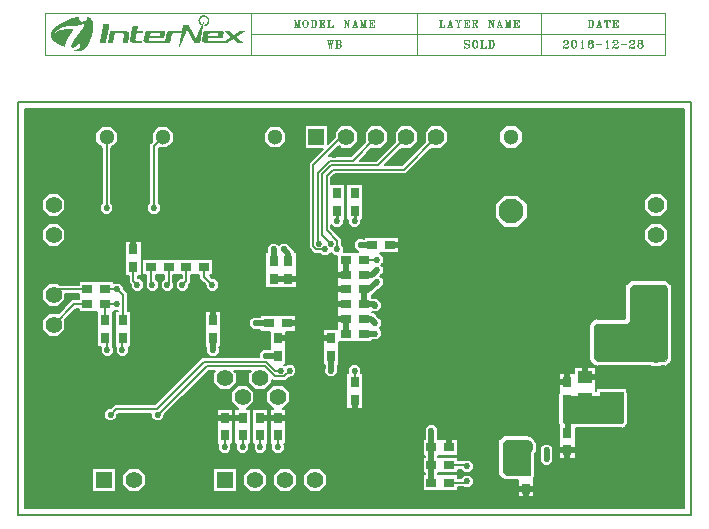
<source format=gbr>
%MOMM*%
%FSLAX33Y33*%
%ADD10C,0.203200*%
%ADD15C,0.070000*%
%ADD20C,1.400000*%
%ADD128C,0.200000*%
%ADD129C,0.500000*%
%ADD130C,0.250000*%
%ADD134C,3.800000*%
%ADD135R,1.400000X1.400000*%
%ADD136C,1.300000*%
%ADD137C,2.100000*%
%ADD138C,0.100000*%
%ADD141R,0.800000X0.900000*%
%ADD147R,0.900000X0.800000*%
%ADD153R,2.000000X1.300000*%
%ADD155R,1.250000X1.100000*%
%ADD186C,0.530000*%
G90*G71*G01*D02*G54D10*X000000Y000000D02*X057000Y000000D01*X057000Y035000D01*
X000000Y035000D01*X000000Y000000D01*D02*G54D15*X019750Y042500D02*
X002250Y042500D01*X002250Y039000D01*X019750Y039000D01*X019750Y040750D02*
X054750Y040750D01*X026232Y040214D02*X026314Y039578D01*X026254Y040214D02*
X026314Y039727D01*X026314Y039578D01*X026273Y040214D02*X026336Y039727D01*
X026400Y040214D02*X026336Y039727D01*X026314Y039578D01*X026400Y040214D02*
X026482Y039578D01*X026418Y040214D02*X026482Y039727D01*X026482Y039578D01*
X026441Y040214D02*X026500Y039727D01*X026564Y040193D02*X026500Y039727D01*
X026482Y039578D01*X026173Y040214D02*X026336Y040214D01*X026400Y040214D02*
X026441Y040214D01*X026500Y040214D02*X026628Y040214D01*X026191Y040214D02*
X026254Y040193D01*X026213Y040214D02*X026254Y040161D01*X026295Y040214D02*
X026273Y040161D01*X026314Y040214D02*X026273Y040193D01*X026523Y040214D02*
X026564Y040193D01*X026605Y040214D02*X026564Y040193D01*X026950Y040214D02*
X026950Y039578D01*X026977Y040193D02*X026977Y039610D01*X027004Y040214D02*
X027004Y039578D01*X026873Y040214D02*X027191Y040214D01*X027273Y040193D01*
X027296Y040161D01*X027327Y040098D01*X027327Y040034D01*X027296Y039981D01*
X027273Y039949D01*X027191Y039917D01*X027273Y040161D02*X027296Y040098D01*
X027296Y040034D01*X027273Y039981D01*X027191Y040214D02*X027246Y040193D01*
X027273Y040130D01*X027273Y040002D01*X027246Y039949D01*X027191Y039917D01*
X027004Y039917D02*X027191Y039917D01*X027273Y039886D01*X027296Y039854D01*
X027327Y039790D01*X027327Y039705D01*X027296Y039642D01*X027273Y039610D01*
X027191Y039578D01*X026873Y039578D01*X027273Y039854D02*X027296Y039790D01*
X027296Y039705D01*X027273Y039642D01*X027191Y039917D02*X027246Y039886D01*
X027273Y039822D01*X027273Y039673D01*X027246Y039610D01*X027191Y039578D01*
X026895Y040214D02*X026950Y040193D01*X026923Y040214D02*X026950Y040161D01*
X027032Y040214D02*X027004Y040161D01*X027059Y040214D02*X027004Y040193D01*
X026950Y039610D02*X026895Y039578D01*X026950Y039642D02*X026923Y039578D01*
X027004Y039642D02*X027032Y039578D01*X027004Y039610D02*X027059Y039578D01*
X023432Y041964D02*X023432Y041360D01*X023432Y041964D02*X023577Y041328D01*
X023454Y041964D02*X023577Y041423D01*X023473Y041964D02*X023596Y041423D01*
X023723Y041964D02*X023577Y041328D01*X023723Y041964D02*X023723Y041328D01*
X023741Y041943D02*X023741Y041360D01*X023764Y041964D02*X023764Y041328D01*
X023373Y041964D02*X023473Y041964D01*X023723Y041964D02*X023828Y041964D01*
X023373Y041328D02*X023495Y041328D01*X023659Y041328D02*X023828Y041328D01*
X023391Y041964D02*X023432Y041943D01*X023782Y041964D02*X023764Y041911D01*
X023805Y041964D02*X023764Y041943D01*X023432Y041360D02*X023391Y041328D01*
X023432Y041360D02*X023473Y041328D01*X023723Y041360D02*X023682Y041328D01*
X023723Y041392D02*X023700Y041328D01*X023764Y041392D02*X023782Y041328D01*
X023764Y041360D02*X023805Y041328D01*X024268Y041964D02*X024186Y041943D01*
X024127Y041880D01*X024100Y041816D01*X024073Y041699D01*X024073Y041604D01*
X024100Y041477D01*X024127Y041423D01*X024186Y041360D01*X024268Y041328D01*
X024327Y041328D01*X024414Y041360D01*X024468Y041423D01*X024496Y041477D01*
X024528Y041604D01*X024528Y041699D01*X024496Y041816D01*X024468Y041880D01*
X024414Y041943D01*X024327Y041964D01*X024268Y041964D01*X024154Y041880D02*
X024127Y041816D01*X024100Y041731D01*X024100Y041572D01*X024127Y041477D01*
X024154Y041423D01*X024441Y041423D02*X024468Y041477D01*X024496Y041572D01*
X024496Y041731D01*X024468Y041816D01*X024441Y041880D01*X024268Y041964D02*
X024214Y041943D01*X024154Y041848D01*X024127Y041731D01*X024127Y041572D01*
X024154Y041455D01*X024214Y041360D01*X024268Y041328D01*X024327Y041328D02*
X024382Y041360D01*X024441Y041455D01*X024468Y041572D01*X024468Y041731D01*
X024441Y041848D01*X024382Y041943D01*X024327Y041964D01*X024850Y041964D02*
X024850Y041328D01*X024877Y041943D02*X024877Y041360D01*X024904Y041964D02*
X024904Y041328D01*X024773Y041964D02*X025036Y041964D01*X025118Y041943D01*
X025173Y041880D01*X025200Y041816D01*X025228Y041731D01*X025228Y041572D01*
X025200Y041477D01*X025173Y041423D01*X025118Y041360D01*X025036Y041328D01*
X024773Y041328D01*X025146Y041880D02*X025173Y041816D01*X025200Y041731D01*
X025200Y041572D01*X025173Y041477D01*X025146Y041423D01*X025036Y041964D02*
X025091Y041943D01*X025146Y041848D01*X025173Y041731D01*X025173Y041572D01*
X025146Y041455D01*X025091Y041360D01*X025036Y041328D01*X024795Y041964D02*
X024850Y041943D01*X024823Y041964D02*X024850Y041911D01*X024932Y041964D02*
X024904Y041911D01*X024959Y041964D02*X024904Y041943D01*X024850Y041360D02*
X024795Y041328D01*X024850Y041392D02*X024823Y041328D01*X024904Y041392D02*
X024932Y041328D01*X024904Y041360D02*X024959Y041328D01*X025554Y041964D02*
X025554Y041328D01*X025582Y041943D02*X025582Y041360D01*X025614Y041964D02*
X025614Y041328D01*X025473Y041964D02*X025928Y041964D01*X025928Y041784D01*
X025614Y041667D02*X025782Y041667D01*X025782Y041784D02*X025782Y041540D01*
X025473Y041328D02*X025928Y041328D01*X025928Y041508D01*X025500Y041964D02*
X025554Y041943D01*X025527Y041964D02*X025554Y041911D01*X025641Y041964D02*
X025614Y041911D01*X025668Y041964D02*X025614Y041943D01*X025782Y041964D02*
X025928Y041943D01*X025841Y041964D02*X025928Y041911D01*X025868Y041964D02*
X025928Y041880D01*X025896Y041964D02*X025928Y041784D01*X025782Y041784D02*
X025755Y041667D01*X025782Y041540D01*X025782Y041731D02*X025727Y041667D01*
X025782Y041604D01*X025782Y041699D02*X025668Y041667D01*X025782Y041636D01*
X025554Y041360D02*X025500Y041328D01*X025554Y041392D02*X025527Y041328D01*
X025614Y041392D02*X025641Y041328D01*X025614Y041360D02*X025668Y041328D01*
X025782Y041328D02*X025928Y041360D01*X025841Y041328D02*X025928Y041392D01*
X025868Y041328D02*X025928Y041423D01*X025896Y041328D02*X025928Y041508D01*
X026264Y041964D02*X026264Y041328D01*X026291Y041943D02*X026291Y041360D01*
X026323Y041964D02*X026323Y041328D01*X026173Y041964D02*X026414Y041964D01*
X026173Y041328D02*X026628Y041328D01*X026628Y041508D01*X026200Y041964D02*
X026264Y041943D01*X026232Y041964D02*X026264Y041911D01*X026355Y041964D02*
X026323Y041911D01*X026382Y041964D02*X026323Y041943D01*X026264Y041360D02*
X026200Y041328D01*X026264Y041392D02*X026232Y041328D01*X026323Y041392D02*
X026355Y041328D01*X026323Y041360D02*X026382Y041328D01*X026473Y041328D02*
X026628Y041360D01*X026532Y041328D02*X026628Y041392D01*X026564Y041328D02*
X026628Y041423D01*X026596Y041328D02*X026628Y041508D01*X027636Y041964D02*
X027636Y041360D01*X027636Y041964D02*X027955Y041328D01*X027663Y041964D02*
X027932Y041423D01*X027682Y041964D02*X027955Y041423D01*X027955Y041943D02*
X027955Y041328D01*X027572Y041964D02*X027682Y041964D01*X027891Y041964D02*
X028027Y041964D01*X027572Y041328D02*X027704Y041328D01*X027591Y041964D02*
X027636Y041943D01*X027914Y041964D02*X027955Y041943D01*X028005Y041964D02*
X027955Y041943D01*X027636Y041360D02*X027591Y041328D01*X027636Y041360D02*
X027682Y041328D01*X028500Y041964D02*X028323Y041360D01*X028473Y041880D02*
X028623Y041328D01*X028500Y041880D02*X028650Y041328D01*X028500Y041964D02*
X028673Y041328D01*X028373Y041508D02*X028600Y041508D01*X028272Y041328D02*
X028423Y041328D01*X028550Y041328D02*X028727Y041328D01*X028323Y041360D02*
X028295Y041328D01*X028323Y041360D02*X028373Y041328D01*X028623Y041360D02*
X028573Y041328D01*X028623Y041392D02*X028600Y041328D01*X028650Y041392D02*
X028700Y041328D01*X029032Y041964D02*X029032Y041360D01*X029032Y041964D02*
X029177Y041328D01*X029054Y041964D02*X029177Y041423D01*X029073Y041964D02*
X029195Y041423D01*X029323Y041964D02*X029177Y041328D01*X029323Y041964D02*
X029323Y041328D01*X029341Y041943D02*X029341Y041360D01*X029364Y041964D02*
X029364Y041328D01*X028972Y041964D02*X029073Y041964D01*X029323Y041964D02*
X029427Y041964D01*X028972Y041328D02*X029095Y041328D01*X029259Y041328D02*
X029427Y041328D01*X028991Y041964D02*X029032Y041943D01*X029382Y041964D02*
X029364Y041911D01*X029405Y041964D02*X029364Y041943D01*X029032Y041360D02*
X028991Y041328D01*X029032Y041360D02*X029073Y041328D01*X029323Y041360D02*
X029282Y041328D01*X029323Y041392D02*X029300Y041328D01*X029364Y041392D02*
X029382Y041328D01*X029364Y041360D02*X029405Y041328D01*X029754Y041964D02*
X029754Y041328D01*X029782Y041943D02*X029782Y041360D01*X029814Y041964D02*
X029814Y041328D01*X029672Y041964D02*X030127Y041964D01*X030127Y041784D01*
X029814Y041667D02*X029982Y041667D01*X029982Y041784D02*X029982Y041540D01*
X029672Y041328D02*X030127Y041328D01*X030127Y041508D01*X029700Y041964D02*
X029754Y041943D01*X029727Y041964D02*X029754Y041911D01*X029841Y041964D02*
X029814Y041911D01*X029868Y041964D02*X029814Y041943D01*X029982Y041964D02*
X030127Y041943D01*X030041Y041964D02*X030127Y041911D01*X030068Y041964D02*
X030127Y041880D01*X030096Y041964D02*X030127Y041784D01*X029982Y041784D02*
X029955Y041667D01*X029982Y041540D01*X029982Y041731D02*X029927Y041667D01*
X029982Y041604D01*X029982Y041699D02*X029868Y041667D01*X029982Y041636D01*
X029754Y041360D02*X029700Y041328D01*X029754Y041392D02*X029727Y041328D01*
X029814Y041392D02*X029841Y041328D01*X029814Y041360D02*X029868Y041328D01*
X029982Y041328D02*X030127Y041360D01*X030041Y041328D02*X030127Y041392D01*
X030068Y041328D02*X030127Y041423D01*X030096Y041328D02*X030127Y041508D01*
X035714Y041964D02*X035714Y041328D01*X035741Y041943D02*X035741Y041360D01*
X035773Y041964D02*X035773Y041328D01*X035623Y041964D02*X035864Y041964D01*
X035623Y041328D02*X036078Y041328D01*X036078Y041508D01*X035650Y041964D02*
X035714Y041943D01*X035682Y041964D02*X035714Y041911D01*X035805Y041964D02*
X035773Y041911D01*X035832Y041964D02*X035773Y041943D01*X035714Y041360D02*
X035650Y041328D01*X035714Y041392D02*X035682Y041328D01*X035773Y041392D02*
X035805Y041328D01*X035773Y041360D02*X035832Y041328D01*X035923Y041328D02*
X036078Y041360D01*X035982Y041328D02*X036078Y041392D01*X036014Y041328D02*
X036078Y041423D01*X036046Y041328D02*X036078Y041508D01*X036550Y041964D02*
X036373Y041360D01*X036523Y041880D02*X036673Y041328D01*X036550Y041880D02*
X036700Y041328D01*X036550Y041964D02*X036723Y041328D01*X036423Y041508D02*
X036650Y041508D01*X036323Y041328D02*X036473Y041328D01*X036600Y041328D02*
X036778Y041328D01*X036373Y041360D02*X036345Y041328D01*X036373Y041360D02*
X036423Y041328D01*X036673Y041360D02*X036623Y041328D01*X036673Y041392D02*
X036650Y041328D01*X036700Y041392D02*X036750Y041328D01*X037068Y041964D02*
X037223Y041636D01*X037223Y041328D01*X037091Y041964D02*X037245Y041636D01*
X037245Y041360D01*X037109Y041964D02*X037273Y041636D01*X037273Y041328D01*
X037405Y041943D02*X037273Y041636D01*X037023Y041964D02*X037182Y041964D01*
X037336Y041964D02*X037478Y041964D01*X037159Y041328D02*X037336Y041328D01*
X037045Y041964D02*X037091Y041943D01*X037159Y041964D02*X037109Y041943D01*
X037364Y041964D02*X037405Y041943D01*X037450Y041964D02*X037405Y041943D01*
X037223Y041360D02*X037182Y041328D01*X037223Y041392D02*X037200Y041328D01*
X037273Y041392D02*X037291Y041328D01*X037273Y041360D02*X037314Y041328D01*
X037804Y041964D02*X037804Y041328D01*X037832Y041943D02*X037832Y041360D01*
X037864Y041964D02*X037864Y041328D01*X037723Y041964D02*X038178Y041964D01*
X038178Y041784D01*X037864Y041667D02*X038032Y041667D01*X038032Y041784D02*
X038032Y041540D01*X037723Y041328D02*X038178Y041328D01*X038178Y041508D01*
X037750Y041964D02*X037804Y041943D01*X037777Y041964D02*X037804Y041911D01*
X037891Y041964D02*X037864Y041911D01*X037918Y041964D02*X037864Y041943D01*
X038032Y041964D02*X038178Y041943D01*X038091Y041964D02*X038178Y041911D01*
X038118Y041964D02*X038178Y041880D01*X038146Y041964D02*X038178Y041784D01*
X038032Y041784D02*X038005Y041667D01*X038032Y041540D01*X038032Y041731D02*
X037977Y041667D01*X038032Y041604D01*X038032Y041699D02*X037918Y041667D01*
X038032Y041636D01*X037804Y041360D02*X037750Y041328D01*X037804Y041392D02*
X037777Y041328D01*X037864Y041392D02*X037891Y041328D01*X037864Y041360D02*
X037918Y041328D01*X038032Y041328D02*X038178Y041360D01*X038091Y041328D02*
X038178Y041392D01*X038118Y041328D02*X038178Y041423D01*X038146Y041328D02*
X038178Y041508D01*X038495Y041964D02*X038495Y041328D01*X038523Y041943D02*
X038523Y041360D01*X038545Y041964D02*X038545Y041328D01*X038423Y041964D02*
X038723Y041964D01*X038800Y041943D01*X038823Y041911D01*X038850Y041848D01*
X038850Y041784D01*X038823Y041731D01*X038800Y041699D01*X038723Y041667D01*
X038545Y041667D01*X038800Y041911D02*X038823Y041848D01*X038823Y041784D01*
X038800Y041731D01*X038723Y041964D02*X038773Y041943D01*X038800Y041880D01*
X038800Y041752D01*X038773Y041699D01*X038723Y041667D01*X038645Y041667D02*
X038700Y041636D01*X038723Y041572D01*X038773Y041392D01*X038800Y041328D01*
X038850Y041328D01*X038878Y041392D01*X038878Y041455D01*X038773Y041455D02*
X038800Y041392D01*X038823Y041360D01*X038850Y041360D01*X038700Y041636D02*
X038723Y041604D01*X038800Y041423D01*X038823Y041392D01*X038850Y041392D01*
X038878Y041423D01*X038423Y041328D02*X038623Y041328D01*X038445Y041964D02*
X038495Y041943D01*X038473Y041964D02*X038495Y041911D01*X038573Y041964D02*
X038545Y041911D01*X038595Y041964D02*X038545Y041943D01*X038495Y041360D02*
X038445Y041328D01*X038495Y041392D02*X038473Y041328D01*X038545Y041392D02*
X038573Y041328D01*X038545Y041360D02*X038595Y041328D01*X039886Y041964D02*
X039886Y041360D01*X039886Y041964D02*X040205Y041328D01*X039913Y041964D02*
X040182Y041423D01*X039932Y041964D02*X040205Y041423D01*X040205Y041943D02*
X040205Y041328D01*X039822Y041964D02*X039932Y041964D01*X040141Y041964D02*
X040277Y041964D01*X039822Y041328D02*X039954Y041328D01*X039841Y041964D02*
X039886Y041943D01*X040164Y041964D02*X040205Y041943D01*X040255Y041964D02*
X040205Y041943D01*X039886Y041360D02*X039841Y041328D01*X039886Y041360D02*
X039932Y041328D01*X040750Y041964D02*X040573Y041360D01*X040723Y041880D02*
X040873Y041328D01*X040750Y041880D02*X040900Y041328D01*X040750Y041964D02*
X040923Y041328D01*X040623Y041508D02*X040850Y041508D01*X040522Y041328D02*
X040673Y041328D01*X040800Y041328D02*X040977Y041328D01*X040573Y041360D02*
X040545Y041328D01*X040573Y041360D02*X040623Y041328D01*X040873Y041360D02*
X040823Y041328D01*X040873Y041392D02*X040850Y041328D01*X040900Y041392D02*
X040950Y041328D01*X041282Y041964D02*X041282Y041360D01*X041282Y041964D02*
X041427Y041328D01*X041304Y041964D02*X041427Y041423D01*X041323Y041964D02*
X041445Y041423D01*X041573Y041964D02*X041427Y041328D01*X041573Y041964D02*
X041573Y041328D01*X041591Y041943D02*X041591Y041360D01*X041614Y041964D02*
X041614Y041328D01*X041222Y041964D02*X041323Y041964D01*X041573Y041964D02*
X041677Y041964D01*X041222Y041328D02*X041345Y041328D01*X041509Y041328D02*
X041677Y041328D01*X041241Y041964D02*X041282Y041943D01*X041632Y041964D02*
X041614Y041911D01*X041655Y041964D02*X041614Y041943D01*X041282Y041360D02*
X041241Y041328D01*X041282Y041360D02*X041323Y041328D01*X041573Y041360D02*
X041532Y041328D01*X041573Y041392D02*X041550Y041328D01*X041614Y041392D02*
X041632Y041328D01*X041614Y041360D02*X041655Y041328D01*X042004Y041964D02*
X042004Y041328D01*X042032Y041943D02*X042032Y041360D01*X042064Y041964D02*
X042064Y041328D01*X041922Y041964D02*X042377Y041964D01*X042377Y041784D01*
X042064Y041667D02*X042232Y041667D01*X042232Y041784D02*X042232Y041540D01*
X041922Y041328D02*X042377Y041328D01*X042377Y041508D01*X041950Y041964D02*
X042004Y041943D01*X041977Y041964D02*X042004Y041911D01*X042091Y041964D02*
X042064Y041911D01*X042118Y041964D02*X042064Y041943D01*X042232Y041964D02*
X042377Y041943D01*X042291Y041964D02*X042377Y041911D01*X042318Y041964D02*
X042377Y041880D01*X042346Y041964D02*X042377Y041784D01*X042232Y041784D02*
X042205Y041667D01*X042232Y041540D01*X042232Y041731D02*X042177Y041667D01*
X042232Y041604D01*X042232Y041699D02*X042118Y041667D01*X042232Y041636D01*
X042004Y041360D02*X041950Y041328D01*X042004Y041392D02*X041977Y041328D01*
X042064Y041392D02*X042091Y041328D01*X042064Y041360D02*X042118Y041328D01*
X042232Y041328D02*X042377Y041360D01*X042291Y041328D02*X042377Y041392D01*
X042318Y041328D02*X042377Y041423D01*X042346Y041328D02*X042377Y041508D01*
X033750Y042500D02*X033750Y039000D01*X019750Y042500D02*X054750Y042500D01*
X054750Y039000D02*X019750Y039000D01*X019750Y042500D02*X019750Y039000D01*
X054750Y042500D02*X054750Y039000D01*X044250Y042500D02*X044250Y039000D01*
X048300Y041964D02*X048300Y041328D01*X048327Y041943D02*X048327Y041360D01*
X048354Y041964D02*X048354Y041328D01*X048223Y041964D02*X048486Y041964D01*
X048568Y041943D01*X048623Y041880D01*X048650Y041816D01*X048678Y041731D01*
X048678Y041572D01*X048650Y041477D01*X048623Y041423D01*X048568Y041360D01*
X048486Y041328D01*X048223Y041328D01*X048596Y041880D02*X048623Y041816D01*
X048650Y041731D01*X048650Y041572D01*X048623Y041477D01*X048596Y041423D01*
X048486Y041964D02*X048541Y041943D01*X048596Y041848D01*X048623Y041731D01*
X048623Y041572D01*X048596Y041455D01*X048541Y041360D01*X048486Y041328D01*
X048245Y041964D02*X048300Y041943D01*X048273Y041964D02*X048300Y041911D01*
X048382Y041964D02*X048354Y041911D01*X048409Y041964D02*X048354Y041943D01*
X048300Y041360D02*X048245Y041328D01*X048300Y041392D02*X048273Y041328D01*
X048354Y041392D02*X048382Y041328D01*X048354Y041360D02*X048409Y041328D01*
X049150Y041964D02*X048973Y041360D01*X049123Y041880D02*X049273Y041328D01*
X049150Y041880D02*X049300Y041328D01*X049150Y041964D02*X049323Y041328D01*
X049023Y041508D02*X049250Y041508D01*X048923Y041328D02*X049073Y041328D01*
X049200Y041328D02*X049378Y041328D01*X048973Y041360D02*X048945Y041328D01*
X048973Y041360D02*X049023Y041328D01*X049273Y041360D02*X049223Y041328D01*
X049273Y041392D02*X049250Y041328D01*X049300Y041392D02*X049350Y041328D01*
X049623Y041964D02*X049623Y041784D01*X049818Y041964D02*X049818Y041328D01*
X049850Y041943D02*X049850Y041360D01*X049877Y041964D02*X049877Y041328D01*
X050077Y041964D02*X050077Y041784D01*X049623Y041964D02*X050077Y041964D01*
X049736Y041328D02*X049959Y041328D01*X049650Y041964D02*X049623Y041784D01*
X049677Y041964D02*X049623Y041880D01*X049704Y041964D02*X049623Y041911D01*
X049764Y041964D02*X049623Y041943D01*X049932Y041964D02*X050077Y041943D01*
X049991Y041964D02*X050077Y041911D01*X050018Y041964D02*X050077Y041880D01*
X050046Y041964D02*X050077Y041784D01*X049818Y041360D02*X049764Y041328D01*
X049818Y041392D02*X049791Y041328D01*X049877Y041392D02*X049905Y041328D01*
X049877Y041360D02*X049932Y041328D01*X050404Y041964D02*X050404Y041328D01*
X050432Y041943D02*X050432Y041360D01*X050464Y041964D02*X050464Y041328D01*
X050322Y041964D02*X050777Y041964D01*X050777Y041784D01*X050464Y041667D02*
X050632Y041667D01*X050632Y041784D02*X050632Y041540D01*X050322Y041328D02*
X050777Y041328D01*X050777Y041508D01*X050350Y041964D02*X050404Y041943D01*
X050377Y041964D02*X050404Y041911D01*X050491Y041964D02*X050464Y041911D01*
X050518Y041964D02*X050464Y041943D01*X050632Y041964D02*X050777Y041943D01*
X050691Y041964D02*X050777Y041911D01*X050718Y041964D02*X050777Y041880D01*
X050746Y041964D02*X050777Y041784D01*X050632Y041784D02*X050605Y041667D01*
X050632Y041540D01*X050632Y041731D02*X050577Y041667D01*X050632Y041604D01*
X050632Y041699D02*X050518Y041667D01*X050632Y041636D01*X050404Y041360D02*
X050350Y041328D01*X050404Y041392D02*X050377Y041328D01*X050464Y041392D02*
X050491Y041328D01*X050464Y041360D02*X050518Y041328D01*X050632Y041328D02*
X050777Y041360D01*X050691Y041328D02*X050777Y041392D01*X050718Y041328D02*
X050777Y041423D01*X050746Y041328D02*X050777Y041508D01*X046154Y040098D02*
X046154Y040066D01*X046186Y040066D01*X046186Y040098D01*X046154Y040098D01*
X046154Y040130D02*X046186Y040130D01*X046218Y040098D01*X046218Y040066D01*
X046186Y040034D01*X046154Y040034D01*X046123Y040066D01*X046123Y040098D01*
X046154Y040161D01*X046186Y040193D01*X046282Y040214D01*X046414Y040214D01*
X046509Y040193D01*X046541Y040161D01*X046578Y040098D01*X046578Y040034D01*
X046541Y039981D01*X046446Y039917D01*X046282Y039854D01*X046218Y039822D01*
X046154Y039758D01*X046123Y039673D01*X046123Y039578D01*X046509Y040161D02*
X046541Y040098D01*X046541Y040034D01*X046509Y039981D01*X046414Y040214D02*
X046477Y040193D01*X046509Y040098D01*X046509Y040034D01*X046477Y039981D01*
X046414Y039917D01*X046282Y039854D01*X046123Y039642D02*X046154Y039673D01*
X046218Y039673D01*X046377Y039642D01*X046509Y039642D01*X046578Y039673D01*
X046218Y039673D02*X046377Y039610D01*X046509Y039610D01*X046541Y039642D01*
X046218Y039673D02*X046377Y039578D01*X046509Y039578D01*X046541Y039610D01*
X046578Y039673D01*X046578Y039727D01*X047014Y040214D02*X046918Y040193D01*
X046854Y040098D01*X046823Y039949D01*X046823Y039854D01*X046854Y039705D01*
X046918Y039610D01*X047014Y039578D01*X047082Y039578D01*X047177Y039610D01*
X047241Y039705D01*X047278Y039854D01*X047278Y039949D01*X047241Y040098D01*
X047177Y040193D01*X047082Y040214D01*X047014Y040214D01*X046918Y040161D02*
X046886Y040098D01*X046854Y039981D01*X046854Y039822D01*X046886Y039705D01*
X046918Y039642D01*X047177Y039642D02*X047209Y039705D01*X047241Y039822D01*
X047241Y039981D01*X047209Y040098D01*X047177Y040161D01*X047014Y040214D02*
X046950Y040193D01*X046918Y040130D01*X046886Y039981D01*X046886Y039822D01*
X046918Y039673D01*X046950Y039610D01*X047014Y039578D01*X047082Y039578D02*
X047146Y039610D01*X047177Y039673D01*X047209Y039822D01*X047209Y039981D01*
X047177Y040130D01*X047146Y040193D01*X047082Y040214D01*X047727Y040161D02*
X047727Y039578D01*X047745Y040161D02*X047745Y039610D01*X047759Y040214D02*
X047759Y039578D01*X047759Y040214D02*X047714Y040130D01*X047686Y040098D01*
X047673Y039578D02*X047818Y039578D01*X047727Y039610D02*X047700Y039578D01*
X047727Y039642D02*X047714Y039578D01*X047759Y039642D02*X047773Y039578D01*
X047759Y039610D02*X047786Y039578D01*X048577Y040130D02*X048577Y040098D01*
X048609Y040098D01*X048609Y040130D01*X048577Y040130D01*X048609Y040161D02*
X048577Y040161D01*X048546Y040130D01*X048546Y040098D01*X048577Y040066D01*
X048609Y040066D01*X048641Y040098D01*X048641Y040130D01*X048609Y040193D01*
X048546Y040214D01*X048450Y040214D01*X048350Y040193D01*X048286Y040130D01*
X048254Y040066D01*X048223Y039949D01*X048223Y039758D01*X048254Y039673D01*
X048318Y039610D01*X048414Y039578D01*X048482Y039578D01*X048577Y039610D01*
X048641Y039673D01*X048678Y039758D01*X048678Y039790D01*X048641Y039886D01*
X048577Y039949D01*X048482Y039981D01*X048414Y039981D01*X048350Y039949D01*
X048318Y039917D01*X048286Y039854D01*X048318Y040130D02*X048286Y040066D01*
X048254Y039949D01*X048254Y039758D01*X048286Y039673D01*X048318Y039642D01*
X048609Y039673D02*X048641Y039727D01*X048641Y039822D01*X048609Y039886D01*
X048450Y040214D02*X048382Y040193D01*X048350Y040161D01*X048318Y040098D01*
X048286Y039981D01*X048286Y039758D01*X048318Y039673D01*X048350Y039610D01*
X048414Y039578D01*X048482Y039578D02*X048546Y039610D01*X048577Y039642D01*
X048609Y039727D01*X048609Y039822D01*X048577Y039917D01*X048546Y039949D01*
X048482Y039981D01*X048923Y039886D02*X049378Y039886D01*X049378Y039854D01*
X048923Y039886D02*X048923Y039854D01*X049378Y039854D01*X049827Y040161D02*
X049827Y039578D01*X049845Y040161D02*X049845Y039610D01*X049859Y040214D02*
X049859Y039578D01*X049859Y040214D02*X049814Y040130D01*X049786Y040098D01*
X049773Y039578D02*X049918Y039578D01*X049827Y039610D02*X049800Y039578D01*
X049827Y039642D02*X049814Y039578D01*X049859Y039642D02*X049873Y039578D01*
X049859Y039610D02*X049886Y039578D01*X050354Y040098D02*X050354Y040066D01*
X050386Y040066D01*X050386Y040098D01*X050354Y040098D01*X050354Y040130D02*
X050386Y040130D01*X050418Y040098D01*X050418Y040066D01*X050386Y040034D01*
X050354Y040034D01*X050322Y040066D01*X050322Y040098D01*X050354Y040161D01*
X050386Y040193D01*X050482Y040214D01*X050614Y040214D01*X050709Y040193D01*
X050741Y040161D01*X050777Y040098D01*X050777Y040034D01*X050741Y039981D01*
X050646Y039917D01*X050482Y039854D01*X050418Y039822D01*X050354Y039758D01*
X050322Y039673D01*X050322Y039578D01*X050709Y040161D02*X050741Y040098D01*
X050741Y040034D01*X050709Y039981D01*X050614Y040214D02*X050677Y040193D01*
X050709Y040098D01*X050709Y040034D01*X050677Y039981D01*X050614Y039917D01*
X050482Y039854D01*X050322Y039642D02*X050354Y039673D01*X050418Y039673D01*
X050577Y039642D01*X050709Y039642D01*X050777Y039673D01*X050418Y039673D02*
X050577Y039610D01*X050709Y039610D01*X050741Y039642D01*X050418Y039673D02*
X050577Y039578D01*X050709Y039578D01*X050741Y039610D01*X050777Y039673D01*
X050777Y039727D01*X051022Y039886D02*X051477Y039886D01*X051477Y039854D01*
X051022Y039886D02*X051022Y039854D01*X051477Y039854D01*X051754Y040098D02*
X051754Y040066D01*X051786Y040066D01*X051786Y040098D01*X051754Y040098D01*
X051754Y040130D02*X051786Y040130D01*X051818Y040098D01*X051818Y040066D01*
X051786Y040034D01*X051754Y040034D01*X051722Y040066D01*X051722Y040098D01*
X051754Y040161D01*X051786Y040193D01*X051882Y040214D01*X052014Y040214D01*
X052109Y040193D01*X052141Y040161D01*X052177Y040098D01*X052177Y040034D01*
X052141Y039981D01*X052046Y039917D01*X051882Y039854D01*X051818Y039822D01*
X051754Y039758D01*X051722Y039673D01*X051722Y039578D01*X052109Y040161D02*
X052141Y040098D01*X052141Y040034D01*X052109Y039981D01*X052014Y040214D02*
X052077Y040193D01*X052109Y040098D01*X052109Y040034D01*X052077Y039981D01*
X052014Y039917D01*X051882Y039854D01*X051722Y039642D02*X051754Y039673D01*
X051818Y039673D01*X051977Y039642D01*X052109Y039642D01*X052177Y039673D01*
X051818Y039673D02*X051977Y039610D01*X052109Y039610D01*X052141Y039642D01*
X051818Y039673D02*X051977Y039578D01*X052109Y039578D01*X052141Y039610D01*
X052177Y039673D01*X052177Y039727D01*X052582Y040214D02*X052486Y040193D01*
X052454Y040130D01*X052454Y040034D01*X052486Y039981D01*X052582Y039949D01*
X052714Y039949D01*X052809Y039981D01*X052841Y040034D01*X052841Y040130D01*
X052809Y040193D01*X052714Y040214D01*X052582Y040214D01*X052518Y040193D02*
X052486Y040130D01*X052486Y040034D01*X052518Y039981D01*X052777Y039981D02*
X052809Y040034D01*X052809Y040130D01*X052777Y040193D01*X052582Y040214D02*
X052550Y040193D01*X052518Y040130D01*X052518Y040034D01*X052550Y039981D01*
X052582Y039949D01*X052714Y039949D02*X052746Y039981D01*X052777Y040034D01*
X052777Y040130D01*X052746Y040193D01*X052714Y040214D01*X052582Y039949D02*
X052486Y039917D01*X052454Y039886D01*X052422Y039822D01*X052422Y039705D01*
X052454Y039642D01*X052486Y039610D01*X052582Y039578D01*X052714Y039578D01*
X052809Y039610D01*X052841Y039642D01*X052877Y039705D01*X052877Y039822D01*
X052841Y039886D01*X052809Y039917D01*X052714Y039949D01*X052486Y039886D02*
X052454Y039822D01*X052454Y039705D01*X052486Y039642D01*X052809Y039642D02*
X052841Y039705D01*X052841Y039822D01*X052809Y039886D01*X052582Y039949D02*
X052518Y039917D01*X052486Y039822D01*X052486Y039705D01*X052518Y039610D01*
X052582Y039578D01*X052714Y039578D02*X052777Y039610D01*X052809Y039705D01*
X052809Y039822D01*X052777Y039917D01*X052714Y039949D01*X038141Y040130D02*
X038178Y040214D01*X038178Y040034D01*X038141Y040130D01*X038077Y040193D01*
X037977Y040214D01*X037882Y040214D01*X037786Y040193D01*X037723Y040130D01*
X037723Y040034D01*X037754Y039981D01*X037850Y039917D01*X038046Y039854D01*
X038109Y039822D01*X038141Y039758D01*X038141Y039673D01*X038109Y039610D01*
X037754Y040034D02*X037786Y039981D01*X037850Y039949D01*X038046Y039886D01*
X038109Y039854D01*X038141Y039790D01*X037786Y040193D02*X037754Y040130D01*
X037754Y040066D01*X037786Y040002D01*X037850Y039981D01*X038046Y039917D01*
X038141Y039854D01*X038178Y039790D01*X038178Y039705D01*X038141Y039642D01*
X038109Y039610D01*X038014Y039578D01*X037914Y039578D01*X037818Y039610D01*
X037754Y039673D01*X037723Y039758D01*X037723Y039578D01*X037754Y039673D01*
X038618Y040214D02*X038536Y040193D01*X038477Y040130D01*X038450Y040066D01*
X038423Y039949D01*X038423Y039854D01*X038450Y039727D01*X038477Y039673D01*
X038536Y039610D01*X038618Y039578D01*X038677Y039578D01*X038764Y039610D01*
X038818Y039673D01*X038846Y039727D01*X038878Y039854D01*X038878Y039949D01*
X038846Y040066D01*X038818Y040130D01*X038764Y040193D01*X038677Y040214D01*
X038618Y040214D01*X038504Y040130D02*X038477Y040066D01*X038450Y039981D01*
X038450Y039822D01*X038477Y039727D01*X038504Y039673D01*X038791Y039673D02*
X038818Y039727D01*X038846Y039822D01*X038846Y039981D01*X038818Y040066D01*
X038791Y040130D01*X038618Y040214D02*X038564Y040193D01*X038504Y040098D01*
X038477Y039981D01*X038477Y039822D01*X038504Y039705D01*X038564Y039610D01*
X038618Y039578D01*X038677Y039578D02*X038732Y039610D01*X038791Y039705D01*
X038818Y039822D01*X038818Y039981D01*X038791Y040098D01*X038732Y040193D01*
X038677Y040214D01*X039214Y040214D02*X039214Y039578D01*X039241Y040193D02*
X039241Y039610D01*X039273Y040214D02*X039273Y039578D01*X039123Y040214D02*
X039364Y040214D01*X039123Y039578D02*X039577Y039578D01*X039577Y039758D01*
X039150Y040214D02*X039214Y040193D01*X039182Y040214D02*X039214Y040161D01*
X039305Y040214D02*X039273Y040161D01*X039332Y040214D02*X039273Y040193D01*
X039214Y039610D02*X039150Y039578D01*X039214Y039642D02*X039182Y039578D01*
X039273Y039642D02*X039305Y039578D01*X039273Y039610D02*X039332Y039578D01*
X039423Y039578D02*X039577Y039610D01*X039482Y039578D02*X039577Y039642D01*
X039514Y039578D02*X039577Y039673D01*X039546Y039578D02*X039577Y039758D01*
X039900Y040214D02*X039900Y039578D01*X039927Y040193D02*X039927Y039610D01*
X039954Y040214D02*X039954Y039578D01*X039822Y040214D02*X040086Y040214D01*
X040168Y040193D01*X040223Y040130D01*X040250Y040066D01*X040277Y039981D01*
X040277Y039822D01*X040250Y039727D01*X040223Y039673D01*X040168Y039610D01*
X040086Y039578D01*X039822Y039578D01*X040196Y040130D02*X040223Y040066D01*
X040250Y039981D01*X040250Y039822D01*X040223Y039727D01*X040196Y039673D01*
X040086Y040214D02*X040141Y040193D01*X040196Y040098D01*X040223Y039981D01*
X040223Y039822D01*X040196Y039705D01*X040141Y039610D01*X040086Y039578D01*
X039845Y040214D02*X039900Y040193D01*X039873Y040214D02*X039900Y040161D01*
X039982Y040214D02*X039954Y040161D01*X040009Y040214D02*X039954Y040193D01*
X039900Y039610D02*X039845Y039578D01*X039900Y039642D02*X039873Y039578D01*
X039954Y039642D02*X039982Y039578D01*X039954Y039610D02*X040009Y039578D01*
X000000Y000000D02*D02*G54D20*X009790Y003000D03*X012330Y003000D03*
X020040Y003000D03*X022580Y003000D03*X025120Y003000D03*X027660Y003000D03*
X003000Y011040D03*X017500Y011625D03*X022000Y010000D03*X020500Y011625D03*
X019000Y010000D03*X054000Y011040D03*X003000Y013580D03*X054000Y013580D03*
X003000Y016120D03*X054000Y016120D03*X003000Y018660D03*X054000Y018660D03*
X003000Y021200D03*X003000Y023740D03*X054000Y021200D03*X054000Y023740D03*
X003000Y026280D03*X054000Y026280D03*X030330Y032000D03*X027790Y032000D03*
X032870Y032000D03*X035410Y032000D03*X037950Y032000D03*D02*G54D128*
X000600Y000600D02*X056400Y000600D01*X056400Y000600D02*X056400Y034400D01*
X056400Y034400D02*X000600Y034400D01*X000600Y034400D02*X000600Y000600D01*
X002586Y025280D02*X003414Y025280D01*X003414Y025280D02*X004000Y025866D01*
X004000Y025866D02*X004000Y026694D01*X004000Y026694D02*X003414Y027280D01*
X003414Y027280D02*X002586Y027280D01*X002586Y027280D02*X002000Y026694D01*
X002000Y026694D02*X002000Y025866D01*X002000Y025866D02*X002586Y025280D01*
X002586Y022740D02*X003414Y022740D01*X003414Y022740D02*X004000Y023326D01*
X004000Y023326D02*X004000Y024154D01*X004000Y024154D02*X003414Y024740D01*
X003414Y024740D02*X002586Y024740D01*X002586Y024740D02*X002000Y024154D01*
X002000Y024154D02*X002000Y023326D01*X002000Y023326D02*X002586Y022740D01*
X007100Y031057D02*X007100Y026399D01*X007100Y026399D02*X006935Y026234D01*
X006935Y026234D02*X006935Y025766D01*X006935Y025766D02*X007266Y025435D01*
X007266Y025435D02*X007734Y025435D01*X007734Y025435D02*X008065Y025766D01*
X008065Y025766D02*X008065Y026234D01*X008065Y026234D02*X007900Y026399D01*
X007900Y026399D02*X007900Y031057D01*X007900Y031057D02*X008450Y031607D01*
X008450Y031607D02*X008450Y032394D01*X008450Y032394D02*X007894Y032950D01*
X007894Y032950D02*X007107Y032950D01*X007107Y032950D02*X006550Y032394D01*
X006550Y032394D02*X006550Y031607D01*X006550Y031607D02*X007100Y031057D01*
X002586Y015120D02*X003414Y015120D01*X003414Y015120D02*X004000Y015706D01*
X004000Y015706D02*X004000Y016534D01*X004000Y016534D02*X003990Y016544D01*
X003990Y016544D02*X004921Y017475D01*X004921Y017475D02*X005125Y017475D01*
X005125Y017475D02*X005125Y017175D01*X005125Y017175D02*X006675Y017175D01*
X006675Y017175D02*X006675Y014250D01*X006675Y014250D02*X007006Y014250D01*
X007006Y014250D02*X006990Y014234D01*X006990Y014234D02*X006990Y013766D01*
X006990Y013766D02*X007321Y013435D01*X007321Y013435D02*X007789Y013435D01*
X007789Y013435D02*X008120Y013766D01*X008120Y013766D02*X008120Y014234D01*
X008120Y014234D02*X008075Y014279D01*X008075Y014279D02*X008075Y015400D01*
X008075Y015400D02*X008075Y015400D01*X008075Y015400D02*X008075Y016100D01*
X008075Y016100D02*X008075Y016100D01*X008075Y016100D02*X008075Y017175D01*
X008075Y017175D02*X008125Y017175D01*X008125Y017175D02*X008125Y017326D01*
X008125Y017326D02*X008141Y017310D01*X008141Y017310D02*X008475Y017310D01*
X008475Y017310D02*X008475Y017250D01*X008475Y017250D02*X008175Y017250D01*
X008175Y017250D02*X008175Y014250D01*X008175Y014250D02*X008276Y014250D01*
X008276Y014250D02*X008260Y014234D01*X008260Y014234D02*X008260Y013766D01*
X008260Y013766D02*X008591Y013435D01*X008591Y013435D02*X009059Y013435D01*
X009059Y013435D02*X009390Y013766D01*X009390Y013766D02*X009390Y014234D01*
X009390Y014234D02*X009374Y014250D01*X009374Y014250D02*X009575Y014250D01*
X009575Y014250D02*X009575Y015400D01*X009575Y015400D02*X009575Y015400D01*
X009575Y015400D02*X009575Y016100D01*X009575Y016100D02*X009575Y016100D01*
X009575Y016100D02*X009575Y017250D01*X009575Y017250D02*X009275Y017250D01*
X009275Y017250D02*X009275Y018791D01*X009275Y018791D02*X008940Y019126D01*
X008940Y019126D02*X008940Y019359D01*X008940Y019359D02*X008609Y019690D01*
X008609Y019690D02*X008141Y019690D01*X008141Y019690D02*X008125Y019674D01*
X008125Y019674D02*X008125Y019825D01*X008125Y019825D02*X006975Y019825D01*
X006975Y019825D02*X006975Y019825D01*X006975Y019825D02*X006275Y019825D01*
X006275Y019825D02*X006275Y019825D01*X006275Y019825D02*X005125Y019825D01*
X005125Y019825D02*X005125Y019525D01*X005125Y019525D02*X003549Y019525D01*
X003549Y019525D02*X003414Y019660D01*X003414Y019660D02*X002586Y019660D01*
X002586Y019660D02*X002000Y019074D01*X002000Y019074D02*X002000Y018246D01*
X002000Y018246D02*X002586Y017660D01*X002586Y017660D02*X003414Y017660D01*
X003414Y017660D02*X004000Y018246D01*X004000Y018246D02*X004000Y018725D01*
X004000Y018725D02*X005125Y018725D01*X005125Y018725D02*X005125Y018275D01*
X005125Y018275D02*X004589Y018275D01*X004589Y018275D02*X003424Y017110D01*
X003424Y017110D02*X003414Y017120D01*X003414Y017120D02*X002586Y017120D01*
X002586Y017120D02*X002000Y016534D01*X002000Y016534D02*X002000Y015706D01*
X002000Y015706D02*X002586Y015120D01*X009350Y020250D02*X009350Y019679D01*
X009350Y019679D02*X009530Y019499D01*X009530Y019499D02*X009530Y019266D01*
X009530Y019266D02*X009861Y018935D01*X009861Y018935D02*X010329Y018935D01*
X010329Y018935D02*X010660Y019266D01*X010660Y019266D02*X010660Y019734D01*
X010660Y019734D02*X010329Y020065D01*X010329Y020065D02*X010150Y020065D01*
X010150Y020065D02*X010150Y020250D01*X010150Y020250D02*X010450Y020250D01*
X010450Y020250D02*X010450Y021400D01*X010450Y021400D02*X010450Y021400D01*
X010450Y021400D02*X010450Y022100D01*X010450Y022100D02*X010450Y022100D01*
X010450Y022100D02*X010450Y023250D01*X010450Y023250D02*X009050Y023250D01*
X009050Y023250D02*X009050Y020250D01*X009050Y020250D02*X009350Y020250D01*
X011266Y025435D02*X011734Y025435D01*X011734Y025435D02*X012065Y025766D01*
X012065Y025766D02*X012065Y026234D01*X012065Y026234D02*X011900Y026399D01*
X011900Y026399D02*X011900Y031050D01*X011900Y031050D02*X012644Y031050D01*
X012644Y031050D02*X013200Y031607D01*X013200Y031607D02*X013200Y032394D01*
X013200Y032394D02*X012644Y032950D01*X012644Y032950D02*X011857Y032950D01*
X011857Y032950D02*X011300Y032394D01*X011300Y032394D02*X011300Y031616D01*
X011300Y031616D02*X011100Y031416D01*X011100Y031416D02*X011100Y026399D01*
X011100Y026399D02*X010935Y026234D01*X010935Y026234D02*X010935Y025766D01*
X010935Y025766D02*X011266Y025435D01*X010850Y020300D02*X010850Y019784D01*
X010850Y019784D02*X010800Y019734D01*X010800Y019734D02*X010800Y019266D01*
X010800Y019266D02*X011131Y018935D01*X011131Y018935D02*X011599Y018935D01*
X011599Y018935D02*X011930Y019266D01*X011930Y019266D02*X011930Y019734D01*
X011930Y019734D02*X011650Y020014D01*X011650Y020014D02*X011650Y020300D01*
X011650Y020300D02*X012350Y020300D01*X012350Y020300D02*X012350Y020014D01*
X012350Y020014D02*X012070Y019734D01*X012070Y019734D02*X012070Y019266D01*
X012070Y019266D02*X012401Y018935D01*X012401Y018935D02*X012869Y018935D01*
X012869Y018935D02*X013200Y019266D01*X013200Y019266D02*X013200Y019734D01*
X013200Y019734D02*X013150Y019784D01*X013150Y019784D02*X013150Y020300D01*
X013150Y020300D02*X013850Y020300D01*X013850Y020300D02*X013850Y020065D01*
X013850Y020065D02*X013671Y020065D01*X013671Y020065D02*X013340Y019734D01*
X013340Y019734D02*X013340Y019266D01*X013340Y019266D02*X013671Y018935D01*
X013671Y018935D02*X014139Y018935D01*X014139Y018935D02*X014470Y019266D01*
X014470Y019266D02*X014470Y019499D01*X014470Y019499D02*X014650Y019679D01*
X014650Y019679D02*X014650Y020300D01*X014650Y020300D02*X015350Y020300D01*
X015350Y020300D02*X015350Y020029D01*X015350Y020029D02*X015880Y019499D01*
X015880Y019499D02*X015880Y019266D01*X015880Y019266D02*X016211Y018935D01*
X016211Y018935D02*X016679Y018935D01*X016679Y018935D02*X017010Y019266D01*
X017010Y019266D02*X017010Y019734D01*X017010Y019734D02*X016679Y020065D01*
X016679Y020065D02*X016446Y020065D01*X016446Y020065D02*X016211Y020300D01*
X016211Y020300D02*X016500Y020300D01*X016500Y020300D02*X016500Y021700D01*
X016500Y021700D02*X015350Y021700D01*X015350Y021700D02*X015350Y021700D01*
X015350Y021700D02*X014650Y021700D01*X014650Y021700D02*X014650Y021700D01*
X014650Y021700D02*X012350Y021700D01*X012350Y021700D02*X012350Y021700D01*
X012350Y021700D02*X011650Y021700D01*X011650Y021700D02*X011650Y021700D01*
X011650Y021700D02*X010500Y021700D01*X010500Y021700D02*X010500Y020300D01*
X010500Y020300D02*X010850Y020300D01*X015950Y014250D02*X015950Y014249D01*
X015950Y014249D02*X015935Y014234D01*X015935Y014234D02*X015935Y013766D01*
X015935Y013766D02*X016266Y013435D01*X016266Y013435D02*X016734Y013435D01*
X016734Y013435D02*X017065Y013766D01*X017065Y013766D02*X017065Y014234D01*
X017065Y014234D02*X017050Y014249D01*X017050Y014249D02*X017050Y014250D01*
X017050Y014250D02*X017200Y014250D01*X017200Y014250D02*X017200Y015400D01*
X017200Y015400D02*X017200Y015400D01*X017200Y015400D02*X017200Y016100D01*
X017200Y016100D02*X017200Y016100D01*X017200Y016100D02*X017200Y017250D01*
X017200Y017250D02*X015800Y017250D01*X015800Y017250D02*X015800Y014250D01*
X015800Y014250D02*X015950Y014250D01*X021357Y031050D02*X022144Y031050D01*
X022144Y031050D02*X022700Y031607D01*X022700Y031607D02*X022700Y032394D01*
X022700Y032394D02*X022144Y032950D01*X022144Y032950D02*X021357Y032950D01*
X021357Y032950D02*X020800Y032394D01*X020800Y032394D02*X020800Y031607D01*
X020800Y031607D02*X021357Y031050D01*X023575Y019250D02*X023575Y020400D01*
X023575Y020400D02*X023575Y020400D01*X023575Y020400D02*X023575Y021100D01*
X023575Y021100D02*X023575Y021100D01*X023575Y021100D02*X023575Y022250D01*
X023575Y022250D02*X023425Y022250D01*X023425Y022250D02*X023425Y022353D01*
X023425Y022353D02*X023065Y022713D01*X023065Y022713D02*X023065Y022734D01*
X023065Y022734D02*X022734Y023065D01*X022734Y023065D02*X022266Y023065D01*
X022266Y023065D02*X022063Y022862D01*X022063Y022862D02*X021859Y023065D01*
X021859Y023065D02*X021391Y023065D01*X021391Y023065D02*X021060Y022734D01*
X021060Y022734D02*X021060Y022266D01*X021060Y022266D02*X021075Y022251D01*
X021075Y022251D02*X021075Y022250D01*X021075Y022250D02*X020925Y022250D01*
X020925Y022250D02*X020925Y019250D01*X020925Y019250D02*X023575Y019250D01*
X007596Y007935D02*X008064Y007935D01*X008064Y007935D02*X008395Y008266D01*
X008395Y008266D02*X008395Y008499D01*X008395Y008499D02*X008496Y008600D01*
X008496Y008600D02*X011265Y008600D01*X011265Y008600D02*X011265Y008266D01*
X011265Y008266D02*X011596Y007935D01*X011596Y007935D02*X012064Y007935D01*
X012064Y007935D02*X012395Y008266D01*X012395Y008266D02*X012395Y008499D01*
X012395Y008499D02*X016121Y012225D01*X016121Y012225D02*X016686Y012225D01*
X016686Y012225D02*X016500Y012039D01*X016500Y012039D02*X016500Y011211D01*
X016500Y011211D02*X017086Y010625D01*X017086Y010625D02*X017914Y010625D01*
X017914Y010625D02*X018500Y011211D01*X018500Y011211D02*X018500Y012039D01*
X018500Y012039D02*X018314Y012225D01*X018314Y012225D02*X019686Y012225D01*
X019686Y012225D02*X019500Y012039D01*X019500Y012039D02*X019500Y011211D01*
X019500Y011211D02*X020086Y010625D01*X020086Y010625D02*X020914Y010625D01*
X020914Y010625D02*X021500Y011211D01*X021500Y011211D02*X021500Y011434D01*
X021500Y011434D02*X021584Y011350D01*X021584Y011350D02*X022666Y011350D01*
X022666Y011350D02*X023001Y011685D01*X023001Y011685D02*X023234Y011685D01*
X023234Y011685D02*X023565Y012016D01*X023565Y012016D02*X023565Y012484D01*
X023565Y012484D02*X023234Y012815D01*X023234Y012815D02*X022766Y012815D01*
X022766Y012815D02*X022625Y012674D01*X022625Y012674D02*X022549Y012750D01*
X022549Y012750D02*X022700Y012750D01*X022700Y012750D02*X022700Y013900D01*
X022700Y013900D02*X022700Y013900D01*X022700Y013900D02*X022700Y014600D01*
X022700Y014600D02*X022700Y014600D01*X022700Y014600D02*X022700Y015550D01*
X022700Y015550D02*X023500Y015550D01*X023500Y015550D02*X023500Y016950D01*
X023500Y016950D02*X022350Y016950D01*X022350Y016950D02*X022350Y016950D01*
X022350Y016950D02*X021650Y016950D01*X021650Y016950D02*X021650Y016950D01*
X021650Y016950D02*X020500Y016950D01*X020500Y016950D02*X020500Y016800D01*
X020500Y016800D02*X020374Y016800D01*X020374Y016800D02*X020359Y016815D01*
X020359Y016815D02*X019891Y016815D01*X019891Y016815D02*X019560Y016484D01*
X019560Y016484D02*X019560Y016016D01*X019560Y016016D02*X019891Y015685D01*
X019891Y015685D02*X020359Y015685D01*X020359Y015685D02*X020374Y015700D01*
X020374Y015700D02*X020500Y015700D01*X020500Y015700D02*X020500Y015550D01*
X020500Y015550D02*X021300Y015550D01*X021300Y015550D02*X021300Y014050D01*
X021300Y014050D02*X021249Y014050D01*X021249Y014050D02*X021234Y014065D01*
X021234Y014065D02*X020766Y014065D01*X020766Y014065D02*X020435Y013734D01*
X020435Y013734D02*X020435Y013400D01*X020435Y013400D02*X015584Y013400D01*
X015584Y013400D02*X011584Y009400D01*X011584Y009400D02*X008164Y009400D01*
X008164Y009400D02*X007829Y009065D01*X007829Y009065D02*X007596Y009065D01*
X007596Y009065D02*X007265Y008734D01*X007265Y008734D02*X007265Y008266D01*
X007265Y008266D02*X007596Y007935D01*X008250Y002000D02*X008250Y004000D01*
X008250Y004000D02*X006250Y004000D01*X006250Y004000D02*X006250Y002000D01*
X006250Y002000D02*X008250Y002000D01*X009376Y002000D02*X010204Y002000D01*
X010204Y002000D02*X010790Y002586D01*X010790Y002586D02*X010790Y003414D01*
X010790Y003414D02*X010204Y004000D01*X010204Y004000D02*X009376Y004000D01*
X009376Y004000D02*X008790Y003414D01*X008790Y003414D02*X008790Y002586D01*
X008790Y002586D02*X009376Y002000D01*X018586Y009000D02*X018300Y009000D01*
X018300Y009000D02*X018300Y006000D01*X018300Y006000D02*X018451Y006000D01*
X018451Y006000D02*X018435Y005984D01*X018435Y005984D02*X018435Y005516D01*
X018435Y005516D02*X018766Y005185D01*X018766Y005185D02*X019234Y005185D01*
X019234Y005185D02*X019565Y005516D01*X019565Y005516D02*X019565Y005984D01*
X019565Y005984D02*X019549Y006000D01*X019549Y006000D02*X019700Y006000D01*
X019700Y006000D02*X019700Y007150D01*X019700Y007150D02*X019700Y007150D01*
X019700Y007150D02*X019700Y007850D01*X019700Y007850D02*X019700Y007850D01*
X019700Y007850D02*X019700Y009000D01*X019700Y009000D02*X019414Y009000D01*
X019414Y009000D02*X020000Y009586D01*X020000Y009586D02*X020000Y010414D01*
X020000Y010414D02*X019414Y011000D01*X019414Y011000D02*X018586Y011000D01*
X018586Y011000D02*X018000Y010414D01*X018000Y010414D02*X018000Y009586D01*
X018000Y009586D02*X018586Y009000D01*X016951Y006000D02*X016935Y005984D01*
X016935Y005984D02*X016935Y005516D01*X016935Y005516D02*X017266Y005185D01*
X017266Y005185D02*X017734Y005185D01*X017734Y005185D02*X018065Y005516D01*
X018065Y005516D02*X018065Y005984D01*X018065Y005984D02*X018049Y006000D01*
X018049Y006000D02*X018200Y006000D01*X018200Y006000D02*X018200Y007150D01*
X018200Y007150D02*X018200Y007150D01*X018200Y007150D02*X018200Y007850D01*
X018200Y007850D02*X018200Y007850D01*X018200Y007850D02*X018200Y009000D01*
X018200Y009000D02*X016800Y009000D01*X016800Y009000D02*X016800Y006000D01*
X016800Y006000D02*X016951Y006000D01*X018500Y002000D02*X018500Y004000D01*
X018500Y004000D02*X016500Y004000D01*X016500Y004000D02*X016500Y002000D01*
X016500Y002000D02*X018500Y002000D01*X021586Y009000D02*X021300Y009000D01*
X021300Y009000D02*X021300Y006000D01*X021300Y006000D02*X021451Y006000D01*
X021451Y006000D02*X021435Y005984D01*X021435Y005984D02*X021435Y005516D01*
X021435Y005516D02*X021766Y005185D01*X021766Y005185D02*X022234Y005185D01*
X022234Y005185D02*X022565Y005516D01*X022565Y005516D02*X022565Y005984D01*
X022565Y005984D02*X022549Y006000D01*X022549Y006000D02*X022700Y006000D01*
X022700Y006000D02*X022700Y007150D01*X022700Y007150D02*X022700Y007150D01*
X022700Y007150D02*X022700Y007850D01*X022700Y007850D02*X022700Y007850D01*
X022700Y007850D02*X022700Y009000D01*X022700Y009000D02*X022414Y009000D01*
X022414Y009000D02*X023000Y009586D01*X023000Y009586D02*X023000Y010414D01*
X023000Y010414D02*X022414Y011000D01*X022414Y011000D02*X021586Y011000D01*
X021586Y011000D02*X021000Y010414D01*X021000Y010414D02*X021000Y009586D01*
X021000Y009586D02*X021586Y009000D01*X019951Y006000D02*X019935Y005984D01*
X019935Y005984D02*X019935Y005516D01*X019935Y005516D02*X020266Y005185D01*
X020266Y005185D02*X020734Y005185D01*X020734Y005185D02*X021065Y005516D01*
X021065Y005516D02*X021065Y005984D01*X021065Y005984D02*X021049Y006000D01*
X021049Y006000D02*X021200Y006000D01*X021200Y006000D02*X021200Y007150D01*
X021200Y007150D02*X021200Y007150D01*X021200Y007150D02*X021200Y007850D01*
X021200Y007850D02*X021200Y007850D01*X021200Y007850D02*X021200Y009000D01*
X021200Y009000D02*X019800Y009000D01*X019800Y009000D02*X019800Y006000D01*
X019800Y006000D02*X019951Y006000D01*X019626Y002000D02*X020454Y002000D01*
X020454Y002000D02*X021040Y002586D01*X021040Y002586D02*X021040Y003414D01*
X021040Y003414D02*X020454Y004000D01*X020454Y004000D02*X019626Y004000D01*
X019626Y004000D02*X019040Y003414D01*X019040Y003414D02*X019040Y002586D01*
X019040Y002586D02*X019626Y002000D01*X022166Y002000D02*X022994Y002000D01*
X022994Y002000D02*X023580Y002586D01*X023580Y002586D02*X023580Y003414D01*
X023580Y003414D02*X022994Y004000D01*X022994Y004000D02*X022166Y004000D01*
X022166Y004000D02*X021580Y003414D01*X021580Y003414D02*X021580Y002586D01*
X021580Y002586D02*X022166Y002000D01*X025809Y031000D02*X024600Y029791D01*
X024600Y029791D02*X024600Y022584D01*X024600Y022584D02*X025084Y022100D01*
X025084Y022100D02*X025601Y022100D01*X025601Y022100D02*X025766Y021935D01*
X025766Y021935D02*X026234Y021935D01*X026234Y021935D02*X026500Y022201D01*
X026500Y022201D02*X026766Y021935D01*X026766Y021935D02*X027000Y021935D01*
X027000Y021935D02*X027000Y015750D01*X027000Y015750D02*X025800Y015750D01*
X025800Y015750D02*X025800Y012750D01*X025800Y012750D02*X025950Y012750D01*
X025950Y012750D02*X025950Y012499D01*X025950Y012499D02*X025935Y012484D01*
X025935Y012484D02*X025935Y012016D01*X025935Y012016D02*X026266Y011685D01*
X026266Y011685D02*X026734Y011685D01*X026734Y011685D02*X027065Y012016D01*
X027065Y012016D02*X027065Y012484D01*X027065Y012484D02*X027050Y012499D01*
X027050Y012499D02*X027050Y012750D01*X027050Y012750D02*X027200Y012750D01*
X027200Y012750D02*X027200Y013900D01*X027200Y013900D02*X027200Y013900D01*
X027200Y013900D02*X027200Y014600D01*X027200Y014600D02*X027200Y014600D01*
X027200Y014600D02*X027200Y014675D01*X027200Y014675D02*X030000Y014675D01*
X030000Y014675D02*X030000Y014825D01*X030000Y014825D02*X030001Y014825D01*
X030001Y014825D02*X030016Y014810D01*X030016Y014810D02*X030484Y014810D01*
X030484Y014810D02*X030815Y015141D01*X030815Y015141D02*X030815Y015609D01*
X030815Y015609D02*X030612Y015813D01*X030612Y015813D02*X030815Y016016D01*
X030815Y016016D02*X030815Y016484D01*X030815Y016484D02*X030484Y016815D01*
X030484Y016815D02*X030463Y016815D01*X030463Y016815D02*X030103Y017175D01*
X030103Y017175D02*X030000Y017175D01*X030000Y017175D02*X030000Y017201D01*
X030000Y017201D02*X030016Y017185D01*X030016Y017185D02*X030484Y017185D01*
X030484Y017185D02*X030815Y017516D01*X030815Y017516D02*X030815Y017984D01*
X030815Y017984D02*X030484Y018315D01*X030484Y018315D02*X030463Y018315D01*
X030463Y018315D02*X030353Y018425D01*X030353Y018425D02*X030000Y018425D01*
X030000Y018425D02*X030000Y018597D01*X030000Y018597D02*X030588Y019185D01*
X030588Y019185D02*X030609Y019185D01*X030609Y019185D02*X030940Y019516D01*
X030940Y019516D02*X030940Y019984D01*X030940Y019984D02*X030674Y020250D01*
X030674Y020250D02*X030940Y020516D01*X030940Y020516D02*X030940Y020984D01*
X030940Y020984D02*X030737Y021188D01*X030737Y021188D02*X030940Y021391D01*
X030940Y021391D02*X030940Y021859D01*X030940Y021859D02*X030624Y022175D01*
X030624Y022175D02*X032250Y022175D01*X032250Y022175D02*X032250Y023575D01*
X032250Y023575D02*X031100Y023575D01*X031100Y023575D02*X031100Y023575D01*
X031100Y023575D02*X030400Y023575D01*X030400Y023575D02*X030400Y023575D01*
X030400Y023575D02*X029250Y023575D01*X029250Y023575D02*X029250Y023425D01*
X029250Y023425D02*X029249Y023425D01*X029249Y023425D02*X029234Y023440D01*
X029234Y023440D02*X028766Y023440D01*X028766Y023440D02*X028435Y023109D01*
X028435Y023109D02*X028435Y022641D01*X028435Y022641D02*X028751Y022325D01*
X028751Y022325D02*X028150Y022325D01*X028150Y022325D02*X028150Y022325D01*
X028150Y022325D02*X027565Y022325D01*X027565Y022325D02*X027565Y022734D01*
X027565Y022734D02*X027400Y022899D01*X027400Y022899D02*X027400Y023416D01*
X027400Y023416D02*X026525Y024291D01*X026525Y024291D02*X026525Y024551D01*
X026525Y024551D02*X026766Y024310D01*X026766Y024310D02*X027234Y024310D01*
X027234Y024310D02*X027565Y024641D01*X027565Y024641D02*X027565Y025000D01*
X027565Y025000D02*X027700Y025000D01*X027700Y025000D02*X027700Y026150D01*
X027700Y026150D02*X027700Y026150D01*X027700Y026150D02*X027700Y026850D01*
X027700Y026850D02*X027700Y026850D01*X027700Y026850D02*X027700Y028000D01*
X027700Y028000D02*X026525Y028000D01*X026525Y028000D02*X026525Y028584D01*
X026525Y028584D02*X026791Y028850D01*X026791Y028850D02*X032826Y028850D01*
X032826Y028850D02*X034986Y031010D01*X034986Y031010D02*X034996Y031000D01*
X034996Y031000D02*X035824Y031000D01*X035824Y031000D02*X036410Y031586D01*
X036410Y031586D02*X036410Y032414D01*X036410Y032414D02*X035824Y033000D01*
X035824Y033000D02*X034996Y033000D01*X034996Y033000D02*X034410Y032414D01*
X034410Y032414D02*X034410Y031586D01*X034410Y031586D02*X034420Y031576D01*
X034420Y031576D02*X032494Y029650D01*X032494Y029650D02*X031086Y029650D01*
X031086Y029650D02*X032446Y031010D01*X032446Y031010D02*X032456Y031000D01*
X032456Y031000D02*X033284Y031000D01*X033284Y031000D02*X033870Y031586D01*
X033870Y031586D02*X033870Y032414D01*X033870Y032414D02*X033284Y033000D01*
X033284Y033000D02*X032456Y033000D01*X032456Y033000D02*X031870Y032414D01*
X031870Y032414D02*X031870Y031586D01*X031870Y031586D02*X031880Y031576D01*
X031880Y031576D02*X030329Y030025D01*X030329Y030025D02*X028921Y030025D01*
X028921Y030025D02*X029906Y031010D01*X029906Y031010D02*X029916Y031000D01*
X029916Y031000D02*X030744Y031000D01*X030744Y031000D02*X031330Y031586D01*
X031330Y031586D02*X031330Y032414D01*X031330Y032414D02*X030744Y033000D01*
X030744Y033000D02*X029916Y033000D01*X029916Y033000D02*X029330Y032414D01*
X029330Y032414D02*X029330Y031586D01*X029330Y031586D02*X029340Y031576D01*
X029340Y031576D02*X028164Y030400D01*X028164Y030400D02*X026341Y030400D01*
X026341Y030400D02*X027158Y031218D01*X027158Y031218D02*X027376Y031000D01*
X027376Y031000D02*X028204Y031000D01*X028204Y031000D02*X028790Y031586D01*
X028790Y031586D02*X028790Y032414D01*X028790Y032414D02*X028204Y033000D01*
X028204Y033000D02*X027376Y033000D01*X027376Y033000D02*X026790Y032414D01*
X026790Y032414D02*X026790Y031981D01*X026790Y031981D02*X026250Y031441D01*
X026250Y031441D02*X026250Y033000D01*X026250Y033000D02*X024250Y033000D01*
X024250Y033000D02*X024250Y031000D01*X024250Y031000D02*X025809Y031000D01*
X024706Y002000D02*X025534Y002000D01*X025534Y002000D02*X026120Y002586D01*
X026120Y002586D02*X026120Y003414D01*X026120Y003414D02*X025534Y004000D01*
X025534Y004000D02*X024706Y004000D01*X024706Y004000D02*X024120Y003414D01*
X024120Y003414D02*X024120Y002586D01*X024120Y002586D02*X024706Y002000D01*
X029200Y009000D02*X029200Y010150D01*X029200Y010150D02*X029200Y010150D01*
X029200Y010150D02*X029200Y010850D01*X029200Y010850D02*X029200Y010850D01*
X029200Y010850D02*X029200Y012000D01*X029200Y012000D02*X029049Y012000D01*
X029049Y012000D02*X029065Y012016D01*X029065Y012016D02*X029065Y012484D01*
X029065Y012484D02*X028734Y012815D01*X028734Y012815D02*X028266Y012815D01*
X028266Y012815D02*X027935Y012484D01*X027935Y012484D02*X027935Y012016D01*
X027935Y012016D02*X027951Y012000D01*X027951Y012000D02*X027800Y012000D01*
X027800Y012000D02*X027800Y009000D01*X027800Y009000D02*X029200Y009000D01*
X027935Y025000D02*X027935Y024641D01*X027935Y024641D02*X028266Y024310D01*
X028266Y024310D02*X028734Y024310D01*X028734Y024310D02*X029065Y024641D01*
X029065Y024641D02*X029065Y025000D01*X029065Y025000D02*X029200Y025000D01*
X029200Y025000D02*X029200Y026150D01*X029200Y026150D02*X029200Y026150D01*
X029200Y026150D02*X029200Y026850D01*X029200Y026850D02*X029200Y026850D01*
X029200Y026850D02*X029200Y028000D01*X029200Y028000D02*X027800Y028000D01*
X027800Y028000D02*X027800Y025000D01*X027800Y025000D02*X027935Y025000D01*
X037250Y002050D02*X037250Y002350D01*X037250Y002350D02*X037716Y002350D01*
X037716Y002350D02*X037766Y002300D01*X037766Y002300D02*X038234Y002300D01*
X038234Y002300D02*X038565Y002631D01*X038565Y002631D02*X038565Y003099D01*
X038565Y003099D02*X038234Y003430D01*X038234Y003430D02*X037766Y003430D01*
X037766Y003430D02*X037486Y003150D01*X037486Y003150D02*X037250Y003150D01*
X037250Y003150D02*X037250Y003450D01*X037250Y003450D02*X036100Y003450D01*
X036100Y003450D02*X036100Y003450D01*X036100Y003450D02*X035550Y003450D01*
X035550Y003450D02*X035550Y003550D01*X035550Y003550D02*X037250Y003550D01*
X037250Y003550D02*X037250Y003850D01*X037250Y003850D02*X037486Y003850D01*
X037486Y003850D02*X037766Y003570D01*X037766Y003570D02*X038234Y003570D01*
X038234Y003570D02*X038565Y003901D01*X038565Y003901D02*X038565Y004369D01*
X038565Y004369D02*X038234Y004700D01*X038234Y004700D02*X037766Y004700D01*
X037766Y004700D02*X037716Y004650D01*X037716Y004650D02*X037250Y004650D01*
X037250Y004650D02*X037250Y004950D01*X037250Y004950D02*X036100Y004950D01*
X036100Y004950D02*X036100Y004950D01*X036100Y004950D02*X035550Y004950D01*
X035550Y004950D02*X035550Y005050D01*X035550Y005050D02*X037250Y005050D01*
X037250Y005050D02*X037250Y006450D01*X037250Y006450D02*X036100Y006450D01*
X036100Y006450D02*X036100Y006450D01*X036100Y006450D02*X035550Y006450D01*
X035550Y006450D02*X035550Y006876D01*X035550Y006876D02*X035565Y006891D01*
X035565Y006891D02*X035565Y007359D01*X035565Y007359D02*X035234Y007690D01*
X035234Y007690D02*X034766Y007690D01*X034766Y007690D02*X034435Y007359D01*
X034435Y007359D02*X034435Y006891D01*X034435Y006891D02*X034450Y006876D01*
X034450Y006876D02*X034450Y006450D01*X034450Y006450D02*X034250Y006450D01*
X034250Y006450D02*X034250Y005050D01*X034250Y005050D02*X034450Y005050D01*
X034450Y005050D02*X034450Y004950D01*X034450Y004950D02*X034250Y004950D01*
X034250Y004950D02*X034250Y003550D01*X034250Y003550D02*X034450Y003550D01*
X034450Y003550D02*X034450Y003450D01*X034450Y003450D02*X034250Y003450D01*
X034250Y003450D02*X034250Y002050D01*X034250Y002050D02*X037250Y002050D01*
X041336Y031000D02*X042164Y031000D01*X042164Y031000D02*X042750Y031586D01*
X042750Y031586D02*X042750Y032414D01*X042750Y032414D02*X042164Y033000D01*
X042164Y033000D02*X041336Y033000D01*X041336Y033000D02*X040750Y032414D01*
X040750Y032414D02*X040750Y031586D01*X040750Y031586D02*X041336Y031000D01*
X041170Y024350D02*X042330Y024350D01*X042330Y024350D02*X043150Y025170D01*
X043150Y025170D02*X043150Y026330D01*X043150Y026330D02*X042330Y027150D01*
X042330Y027150D02*X041170Y027150D01*X041170Y027150D02*X040350Y026330D01*
X040350Y026330D02*X040350Y025170D01*X040350Y025170D02*X041170Y024350D01*
X040753Y003285D02*X040785Y003274D01*X040785Y003274D02*X040945Y003115D01*
X040945Y003115D02*X041003Y003035D01*X041003Y003035D02*X041250Y002954D01*
X041250Y002954D02*X041313Y002975D01*X041313Y002975D02*X042300Y002975D01*
X042300Y002975D02*X042300Y001500D01*X042300Y001500D02*X043700Y001500D01*
X043700Y001500D02*X043700Y002650D01*X043700Y002650D02*X043700Y002650D01*
X043700Y002650D02*X043700Y003142D01*X043700Y003142D02*X043775Y003245D01*
X043775Y003245D02*X043775Y005182D01*X043775Y005182D02*X043950Y005357D01*
X043950Y005357D02*X043950Y006144D01*X043950Y006144D02*X043394Y006700D01*
X043394Y006700D02*X043383Y006700D01*X043383Y006700D02*X043372Y006715D01*
X043372Y006715D02*X043125Y006796D01*X043125Y006796D02*X043062Y006775D01*
X043062Y006775D02*X041313Y006775D01*X041313Y006775D02*X041250Y006796D01*
X041250Y006796D02*X041003Y006715D01*X041003Y006715D02*X040945Y006635D01*
X040945Y006635D02*X040785Y006476D01*X040785Y006476D02*X040753Y006465D01*
X040753Y006465D02*X040600Y006255D01*X040600Y006255D02*X040600Y003495D01*
X040600Y003495D02*X040753Y003285D01*X044516Y004185D02*X044984Y004185D01*
X044984Y004185D02*X045315Y004516D01*X045315Y004516D02*X045315Y004984D01*
X045315Y004984D02*X045300Y004999D01*X045300Y004999D02*X045300Y005251D01*
X045300Y005251D02*X045315Y005266D01*X045315Y005266D02*X045315Y005734D01*
X045315Y005734D02*X044984Y006065D01*X044984Y006065D02*X044516Y006065D01*
X044516Y006065D02*X044185Y005734D01*X044185Y005734D02*X044185Y005266D01*
X044185Y005266D02*X044200Y005251D01*X044200Y005251D02*X044200Y004999D01*
X044200Y004999D02*X044185Y004984D01*X044185Y004984D02*X044185Y004516D01*
X044185Y004516D02*X044516Y004185D01*X053586Y025280D02*X054414Y025280D01*
X054414Y025280D02*X055000Y025866D01*X055000Y025866D02*X055000Y026694D01*
X055000Y026694D02*X054414Y027280D01*X054414Y027280D02*X053586Y027280D01*
X053586Y027280D02*X053000Y026694D01*X053000Y026694D02*X053000Y025866D01*
X053000Y025866D02*X053586Y025280D01*X053586Y022740D02*X054414Y022740D01*
X054414Y022740D02*X055000Y023326D01*X055000Y023326D02*X055000Y024154D01*
X055000Y024154D02*X054414Y024740D01*X054414Y024740D02*X053586Y024740D01*
X053586Y024740D02*X053000Y024154D01*X053000Y024154D02*X053000Y023326D01*
X053000Y023326D02*X053586Y022740D01*X048503Y012910D02*X048535Y012899D01*
X048535Y012899D02*X048695Y012740D01*X048695Y012740D02*X048753Y012660D01*
X048753Y012660D02*X048925Y012604D01*X048925Y012604D02*X049000Y012579D01*
X049000Y012579D02*X049063Y012600D01*X049063Y012600D02*X053566Y012600D01*
X053566Y012600D02*X053586Y012580D01*X053586Y012580D02*X054414Y012580D01*
X054414Y012580D02*X054434Y012600D01*X054434Y012600D02*X054687Y012600D01*
X054687Y012600D02*X054750Y012579D01*X054750Y012579D02*X054997Y012660D01*
X054997Y012660D02*X055055Y012740D01*X055055Y012740D02*X055215Y012899D01*
X055215Y012899D02*X055247Y012910D01*X055247Y012910D02*X055400Y013120D01*
X055400Y013120D02*X055400Y019380D01*X055400Y019380D02*X055247Y019590D01*
X055247Y019590D02*X055215Y019601D01*X055215Y019601D02*X055055Y019760D01*
X055055Y019760D02*X054997Y019840D01*X054997Y019840D02*X054750Y019921D01*
X054750Y019921D02*X054687Y019900D01*X054687Y019900D02*X052063Y019900D01*
X052063Y019900D02*X052000Y019921D01*X052000Y019921D02*X051753Y019840D01*
X051753Y019840D02*X051695Y019760D01*X051695Y019760D02*X051535Y019601D01*
X051535Y019601D02*X051503Y019590D01*X051503Y019590D02*X051350Y019380D01*
X051350Y019380D02*X051350Y016666D01*X051350Y016666D02*X051334Y016650D01*
X051334Y016650D02*X049063Y016650D01*X049063Y016650D02*X049000Y016671D01*
X049000Y016671D02*X048753Y016590D01*X048753Y016590D02*X048695Y016510D01*
X048695Y016510D02*X048535Y016351D01*X048535Y016351D02*X048503Y016340D01*
X048503Y016340D02*X048350Y016130D01*X048350Y016130D02*X048350Y013120D01*
X048350Y013120D02*X048503Y012910D01*X045800Y007642D02*X045800Y004750D01*
X045800Y004750D02*X047200Y004750D01*X047200Y004750D02*X047200Y005900D01*
X047200Y005900D02*X047200Y005900D01*X047200Y005900D02*X047200Y006600D01*
X047200Y006600D02*X047200Y006600D01*X047200Y006600D02*X047200Y007350D01*
X047200Y007350D02*X051062Y007350D01*X051062Y007350D02*X051125Y007329D01*
X051125Y007329D02*X051372Y007410D01*X051372Y007410D02*X051430Y007490D01*
X051430Y007490D02*X051465Y007524D01*X051465Y007524D02*X051497Y007535D01*
X051497Y007535D02*X051650Y007745D01*X051650Y007745D02*X051650Y010255D01*
X051650Y010255D02*X051550Y010393D01*X051550Y010393D02*X051550Y010750D01*
X051550Y010750D02*X048950Y010750D01*X048950Y010750D02*X048950Y010525D01*
X048950Y010525D02*X048925Y010525D01*X048925Y010525D02*X048925Y011325D01*
X048925Y011325D02*X048925Y011325D01*X048925Y011325D02*X048925Y012525D01*
X048925Y012525D02*X047075Y012525D01*X047075Y012525D02*X047075Y012000D01*
X047075Y012000D02*X045800Y012000D01*X045800Y012000D02*X045800Y010358D01*
X045800Y010358D02*X045725Y010255D01*X045725Y010255D02*X045725Y007745D01*
X045725Y007745D02*X045800Y007642D01*X007375Y016500D02*X007375Y017875D01*
X007500Y032000D02*X007500Y026000D01*X007555Y015000D02*X007555Y014000D01*
X008875Y016500D02*X008875Y018625D01*X008375Y019125D02*X008875Y018625D01*
X008825Y015000D02*X008825Y014000D01*X009750Y021000D02*X009750Y019845D01*
X010095Y019500D02*X009750Y019845D01*X011500Y031250D02*X011500Y026000D01*
X011250Y021000D02*X011250Y019500D01*X012750Y021000D02*X012750Y019500D01*
X014250Y021000D02*X014250Y019845D01*X013905Y019500D02*X014250Y019845D01*
X015750Y021000D02*X015750Y020195D01*X016445Y019500D02*X015750Y020195D01*
X017500Y006750D02*X017500Y005750D01*X019000Y005750D02*X019000Y006750D01*
X020500Y005750D02*X020500Y006750D01*X022000Y006750D02*X022000Y005750D01*
X026125Y028750D02*X026125Y024125D01*X027000Y023250D02*X026125Y024125D01*
X025000Y029625D02*X025000Y022750D01*X025250Y022500D02*X025000Y022750D01*
X025375Y029000D02*X025375Y023000D01*X025750Y028875D02*X025750Y023750D01*
X026500Y023000D02*X025750Y023750D01*X027000Y023250D02*X027000Y022500D01*
X028500Y011250D02*X028500Y012250D01*X037885Y002750D02*X036500Y002750D01*
X037885Y004250D02*X036500Y004250D01*X008330Y009000D02*X011750Y009000D01*
X015750Y013000D02*X011750Y009000D01*X021750Y011750D02*X022500Y011750D01*
X023000Y012250D02*X022500Y011750D01*X015955Y012625D02*X020875Y012625D01*
X021750Y011750D02*X020875Y012625D01*X021750Y012250D02*X022250Y012250D01*
X015750Y013000D02*X021000Y013000D01*X021750Y012250D02*X021000Y013000D01*
X008875Y015000D02*X008825Y015000D01*X007375Y015000D02*X007555Y015000D01*
X007375Y017875D02*X008375Y017875D01*X004755Y017875D02*X005875Y017875D01*
X007375Y019125D02*X008375Y019125D01*X003465Y019125D02*X005875Y019125D01*
X011250Y019500D02*X011365Y019500D01*X012750Y019500D02*X012635Y019500D01*
X029250Y021625D02*X030375Y021625D01*X025250Y022500D02*X026000Y022500D01*
X025375Y023000D02*X025500Y023000D01*X032660Y029250D02*X026625Y029250D01*
X026125Y028750D02*X026625Y029250D01*X028330Y030000D02*X026375Y030000D01*
X025375Y029000D02*X026375Y030000D01*X030495Y029625D02*X026500Y029625D01*
X025750Y028875D02*X026500Y029625D01*X027790Y032000D02*X027375Y032000D01*
X025000Y029625D02*X027375Y032000D01*X038000Y002865D02*X037885Y002750D01*
X038000Y004135D02*X037885Y004250D01*X007830Y008500D02*X008330Y009000D01*
X011830Y008500D02*X015955Y012625D01*X003000Y016120D02*X004755Y017875D01*
X003000Y018660D02*X003465Y019125D01*X012250Y032000D02*X011500Y031250D01*
X030330Y032000D02*X028330Y030000D01*X032870Y032000D02*X030495Y029625D01*
X035410Y032000D02*X032660Y029250D01*D02*G54D129*X009750Y022500D02*
X009750Y026000D01*X016500Y016500D02*X016500Y017500D01*X016500Y015000D02*
X016500Y014000D01*X021625Y021500D02*X021625Y022500D01*X022875Y021500D02*
X022875Y022125D01*X022500Y022500D02*X022875Y022125D01*X026500Y013500D02*
X026500Y012250D01*X027750Y015375D02*X027750Y016625D01*X028500Y009750D02*
X028500Y008750D01*X027750Y021625D02*X027750Y020375D01*X029250Y019125D02*
X029250Y017875D01*X035000Y007125D02*X035000Y005750D01*X035000Y004250D02*
X035000Y005750D01*X035000Y002750D02*X035000Y004250D01*X036500Y005750D02*
X036500Y007125D01*X043000Y002250D02*X043000Y001300D01*X043000Y003750D02*
X043000Y005750D01*X044750Y005500D02*X044750Y004750D01*X046500Y011250D02*
X046500Y012375D01*X046500Y005500D02*X046500Y004600D01*X046500Y008750D02*
X046500Y009750D01*X046525Y007000D02*X046525Y008000D01*X048000Y011675D02*
X048000Y012875D01*X048000Y009825D02*X048000Y008750D01*X050250Y009800D02*
X050250Y008750D01*X043000Y002250D02*X044350Y002250D01*X043000Y002250D02*
X041750Y002250D01*X046500Y005500D02*X047400Y005500D01*X046500Y005500D02*
X045650Y005500D01*X046500Y007000D02*X046525Y007000D01*X020500Y008250D02*
X022000Y008250D01*X017500Y008250D02*X016500Y008250D01*X022000Y008250D02*
X023000Y008250D01*X019000Y008250D02*X017500Y008250D01*X046500Y011250D02*
X045600Y011250D01*X048000Y011675D02*X049150Y011675D01*X021000Y013500D02*
X022000Y013500D01*X030250Y015375D02*X029250Y015375D01*X026500Y015000D02*
X025750Y015000D01*X025250Y015500D02*X025750Y015000D01*X022000Y015000D02*
X023250Y015000D01*X022750Y016250D02*X024000Y016250D01*X024250Y016500D02*
X024000Y016250D01*X027750Y016625D02*X026375Y016625D01*X026250Y016500D02*
X026375Y016625D01*X020125Y016250D02*X021250Y016250D01*X029250Y016625D02*
X029875Y016625D01*X030250Y016250D02*X029875Y016625D01*X027750Y017875D02*
X026625Y017875D01*X026250Y017500D02*X026625Y017875D01*X029250Y017875D02*
X030125Y017875D01*X030250Y017750D02*X030125Y017875D01*X021625Y020000D02*
X022875Y020000D01*X022875Y020000D02*X023750Y020000D01*X024250Y019500D02*
X023750Y020000D01*X027750Y019125D02*X026625Y019125D01*X026250Y019500D02*
X026625Y019125D01*X029250Y019125D02*X029750Y019125D01*X030375Y019750D02*
X029750Y019125D01*X027750Y020375D02*X026250Y020375D01*X029250Y020375D02*
X030000Y020375D01*X030375Y020750D02*X030000Y020375D01*X031500Y022875D02*
X032500Y022875D01*X030000Y022875D02*X029000Y022875D01*D02*G54D130*
X027000Y025750D02*X027000Y024875D01*X028500Y025750D02*X028500Y024875D01*D02*
G54D134*X003000Y003000D03*X054000Y003000D03*X003000Y032000D03*X054000Y032000D03*
D02*G54D135*X007250Y003000D03*X017500Y003000D03*X003000Y008500D03*
X054000Y008500D03*X025250Y032000D03*D02*G54D136*X043000Y005750D03*
X007500Y032000D03*X012250Y032000D03*X017000Y032000D03*X021750Y032000D03*
X041750Y032000D03*X047000Y032000D03*D02*G54D137*X039210Y023210D03*
X044290Y023210D03*X041750Y025750D03*X039210Y028290D03*X044290Y028290D03*D02*
G54D138*X041050Y003646D02*X041271Y003425D01*X041271Y003425D02*X043325Y003425D01*
X043325Y003425D02*X043325Y006104D01*X043325Y006104D02*X043104Y006325D01*
X043104Y006325D02*X041271Y006325D01*X041271Y006325D02*X041050Y006104D01*
X041050Y006104D02*X041050Y003646D01*X046175Y007896D02*X046271Y007800D01*
X046271Y007800D02*X051104Y007800D01*X051104Y007800D02*X051200Y007896D01*
X051200Y007896D02*X051200Y010075D01*X051200Y010075D02*X046175Y010075D01*
X046175Y010075D02*X046175Y007896D01*X048800Y013271D02*X049021Y013050D01*
X049021Y013050D02*X054729Y013050D01*X054729Y013050D02*X054950Y013271D01*
X054950Y013271D02*X054950Y019229D01*X054950Y019229D02*X054729Y019450D01*
X054729Y019450D02*X052021Y019450D01*X052021Y019450D02*X051800Y019229D01*
X051800Y019229D02*X051800Y016479D01*X051800Y016479D02*X051521Y016200D01*
X051521Y016200D02*X049021Y016200D01*X049021Y016200D02*X048800Y015979D01*
X048800Y015979D02*X048800Y013271D01*D02*G54D141*X043000Y002250D03*
X046500Y005500D03*X043000Y003750D03*X017500Y008250D03*X017500Y006750D03*
X020500Y008250D03*X020500Y006750D03*X019000Y008250D03*X019000Y006750D03*
X022000Y008250D03*X022000Y006750D03*X046500Y007000D03*X028500Y011250D03*
X028500Y009750D03*X046500Y011250D03*X046500Y009750D03*X022000Y013500D03*
X026500Y013500D03*X007375Y016500D03*X007375Y015000D03*X008875Y016500D03*
X008875Y015000D03*X016500Y015000D03*X016500Y016500D03*X022000Y015000D03*
X026500Y015000D03*X021625Y020000D03*X022875Y020000D03*X009750Y021000D03*
X009750Y022500D03*X021625Y021500D03*X022875Y021500D03*X028500Y025750D03*
X027000Y025750D03*X028500Y027250D03*X027000Y027250D03*D02*G54D147*
X036500Y002750D03*X035000Y002750D03*X035000Y005750D03*X036500Y005750D03*
X036500Y004250D03*X035000Y004250D03*X021250Y016250D03*X022750Y016250D03*
X029250Y016625D03*X027750Y016625D03*X029250Y015375D03*X027750Y015375D03*
X007375Y017875D03*X005875Y017875D03*X007375Y019125D03*X005875Y019125D03*
X029250Y017875D03*X027750Y017875D03*X029250Y020375D03*X027750Y020375D03*
X029250Y019125D03*X027750Y019125D03*X012750Y021000D03*X011250Y021000D03*
X015750Y021000D03*X014250Y021000D03*X030000Y022875D03*X029250Y021625D03*
X027750Y021625D03*X031500Y022875D03*D02*G54D153*X050250Y009800D03*
X050250Y013700D03*D02*G54D155*X048000Y009825D03*X048000Y011675D03*D02*G54D186*
X006000Y001000D03*X010000Y001000D03*X014000Y001000D03*X030375Y002865D03*
X038000Y002865D03*X041750Y002250D03*X048250Y001250D03*X051500Y001000D03*
X001000Y005000D03*X009500Y005000D03*X014000Y005000D03*X017500Y005750D03*
X019000Y005750D03*X020500Y005750D03*X022000Y005750D03*X022800Y005700D03*
X027000Y005000D03*X030375Y004135D03*X038000Y004135D03*X042125Y003875D03*
X042125Y004625D03*X041375Y003875D03*X041375Y004625D03*X041375Y005375D03*
X043000Y004625D03*X044750Y004750D03*X044750Y005500D03*X047500Y005125D03*
X049125Y004050D03*X050250Y004750D03*X048250Y005125D03*X052750Y005750D03*
X056000Y005000D03*X001000Y008000D03*X007830Y008500D03*X005500Y006000D03*
X011830Y008500D03*X016500Y008250D03*X023000Y008250D03*X027250Y007500D03*
X028750Y006750D03*X025750Y006500D03*X032500Y008625D03*X030375Y008250D03*
X033375Y007250D03*X034325Y008625D03*X036500Y007125D03*X035000Y007125D03*
X038875Y007500D03*X041500Y008000D03*X048250Y005875D03*X047500Y005875D03*
X049875Y006500D03*X048000Y008000D03*X046525Y008000D03*X047250Y008000D03*
X048750Y008000D03*X049500Y008000D03*X050250Y008000D03*X052125Y008625D03*
X051000Y008000D03*X056000Y008000D03*X001000Y011000D03*X005000Y010000D03*
X014000Y009000D03*X022800Y011050D03*X028500Y008750D03*X027000Y009750D03*
X029625Y010500D03*X031250Y010750D03*X040000Y011000D03*X046500Y008750D03*
X050250Y008750D03*X048000Y008750D03*X047250Y008750D03*X048750Y008750D03*
X049500Y008750D03*X051000Y008750D03*X056000Y011000D03*X001000Y014000D03*
X008825Y014000D03*X007555Y014000D03*X007830Y013000D03*X011830Y013000D03*
X011000Y014000D03*X014000Y014000D03*X016500Y014000D03*X021000Y013500D03*
X023000Y012250D03*X022250Y012250D03*X025500Y012250D03*X028500Y012250D03*
X027550Y012350D03*X029200Y013000D03*X026500Y012250D03*X033500Y014125D03*
X030100Y014200D03*X036175Y014125D03*X043500Y012375D03*X048000Y012875D03*
X046500Y012375D03*X052125Y012000D03*X056000Y014000D03*X001000Y017000D03*
X005500Y015000D03*X018000Y017000D03*X017750Y014625D03*X020125Y016250D03*
X025250Y015500D03*X024250Y016500D03*X025250Y016500D03*X024250Y015500D03*
X023250Y015000D03*X026250Y016500D03*X030250Y015375D03*X031875Y016750D03*
X033375Y016750D03*X032625Y016750D03*X030250Y016250D03*X034250Y015875D03*
X037375Y016750D03*X036625Y016750D03*X035875Y016750D03*X035125Y016750D03*
X040500Y015875D03*X046500Y015000D03*X050500Y017000D03*X047500Y017000D03*
X056000Y017000D03*X001000Y020000D03*X008375Y019125D03*X008375Y017875D03*
X010095Y019500D03*X011365Y019500D03*X012635Y019500D03*X010500Y017500D03*
X013905Y019500D03*X016445Y019500D03*X015175Y017500D03*X016500Y017500D03*
X013500Y017500D03*X020000Y019500D03*X020125Y017625D03*X017500Y019750D03*
X024250Y019500D03*X025250Y017500D03*X025250Y018500D03*X024250Y018500D03*
X024250Y017500D03*X025250Y019500D03*X023250Y017500D03*X023250Y018500D03*
X026250Y019500D03*X026250Y017500D03*X026250Y018500D03*X030250Y017750D03*
X030375Y019750D03*X037875Y019875D03*X038125Y017500D03*X040875Y019625D03*
X040125Y019625D03*X039375Y019500D03*X038625Y019500D03*X039625Y017500D03*
X038875Y017500D03*X042250Y017500D03*X041500Y017500D03*X045250Y017500D03*
X044500Y017500D03*X043750Y017500D03*X043000Y017500D03*X045000Y019625D03*
X044250Y019625D03*X043500Y019625D03*X042750Y019500D03*X045750Y019625D03*
X046000Y017500D03*X046625Y018500D03*X047500Y020000D03*X050500Y020000D03*
X056000Y020000D03*X005500Y021500D03*X012250Y022500D03*X016125Y022625D03*
X020125Y020750D03*X018000Y021500D03*X020500Y022500D03*X021625Y022500D03*
X022500Y022500D03*X027000Y022500D03*X026000Y022500D03*X026250Y020375D03*
X029000Y022875D03*X030375Y021625D03*X032500Y022875D03*X031875Y020250D03*
X031125Y020250D03*X033375Y020250D03*X032625Y020250D03*X030375Y020750D03*
X034500Y021875D03*X035625Y020250D03*X037125Y020250D03*X036375Y020250D03*
X040875Y021875D03*X040875Y021125D03*X040875Y020375D03*X040875Y022625D03*
X042750Y022500D03*X042750Y021750D03*X042750Y021000D03*X042750Y020250D03*
X001000Y023000D03*X014000Y023500D03*X021000Y024000D03*X018000Y024000D03*
X025500Y023000D03*X024500Y024000D03*X023500Y024000D03*X028500Y024875D03*
X027000Y024875D03*X026500Y023000D03*X031000Y024000D03*X031000Y025500D03*
X036500Y023500D03*X034000Y023500D03*X034000Y025500D03*X036500Y025500D03*
X039875Y025750D03*X040250Y024750D03*X040875Y024125D03*X040875Y023375D03*
X042750Y023250D03*X043625Y025750D03*X043250Y024750D03*X042750Y024000D03*
X050500Y023000D03*X047500Y023000D03*X056000Y023000D03*X001000Y026000D03*
X007500Y026000D03*X005000Y026500D03*X011500Y026000D03*X009750Y026000D03*
X015250Y026500D03*X021000Y026500D03*X018000Y026500D03*X024000Y026500D03*
X031000Y028000D03*X036500Y028000D03*X034000Y028000D03*X040750Y028250D03*
X040750Y027375D03*X040250Y026750D03*X042750Y027375D03*X043375Y026750D03*
X042750Y028250D03*X047500Y026000D03*X050500Y026000D03*X056000Y026000D03*
X004000Y029000D03*X001000Y029000D03*X005500Y028800D03*X013500Y028800D03*
X015500Y029000D03*X021000Y029000D03*X018000Y029000D03*X024000Y029000D03*
X026750Y030500D03*X029875Y030375D03*X032000Y030000D03*X036500Y030000D03*
X040750Y030000D03*X040750Y029125D03*X042750Y029125D03*X042750Y030000D03*
X050500Y029000D03*X047500Y029000D03*X056000Y029000D03*X050500Y034000D03*
G36*X041050Y003646D02*X041271Y003425D01*X043325Y003425D01*X043325Y006104D01*
X043104Y006325D01*X041271Y006325D01*X041050Y006104D01*X041050Y003646D01*G37*G36*
X046175Y007896D02*X046271Y007800D01*X051104Y007800D01*X051200Y007896D01*
X051200Y010075D01*X046175Y010075D01*X046175Y007896D01*G37*G36*X048800Y013271D02*
X049021Y013050D01*X054729Y013050D01*X054950Y013271D01*X054950Y019229D01*
X054729Y019450D01*X052021Y019450D01*X051800Y019229D01*X051800Y016479D01*
X051521Y016200D01*X049021Y016200D01*X048800Y015979D01*X048800Y013271D01*G37*G36*
X000600Y000600D02*X056400Y000600D01*X056400Y034400D01*X054414Y034400D01*
X054414Y027280D01*X055000Y026694D01*X055000Y025866D01*X054414Y025280D01*
X054414Y024740D01*X055000Y024154D01*X055000Y023326D01*X054750Y023076D01*
X054750Y019921D01*X054997Y019840D01*X055055Y019760D01*X055215Y019601D01*
X055247Y019590D01*X055400Y019380D01*X055400Y013120D01*X055247Y012910D01*
X055215Y012899D01*X055055Y012740D01*X054997Y012660D01*X054750Y012579D01*
X054687Y012600D01*X054434Y012600D01*X054414Y012580D01*X053586Y012580D01*
X053566Y012600D01*X049063Y012600D01*X049000Y012579D01*X048925Y012604D01*
X048925Y011325D01*X048925Y011325D01*X048925Y010525D01*X048950Y010525D01*
X048950Y010750D01*X051550Y010750D01*X051550Y010393D01*X051650Y010255D01*
X051650Y007745D01*X051497Y007535D01*X051465Y007524D01*X051430Y007490D01*
X051372Y007410D01*X051125Y007329D01*X051062Y007350D01*X047200Y007350D01*
X047200Y006600D01*X047200Y006600D01*X047200Y005900D01*X047200Y005900D01*
X047200Y004750D01*X045800Y004750D01*X045800Y007642D01*X045725Y007745D01*
X045725Y010255D01*X045800Y010358D01*X045800Y012000D01*X047075Y012000D01*
X047075Y012525D01*X048925Y012525D01*X048925Y012604D01*X048753Y012660D01*
X048695Y012740D01*X048535Y012899D01*X048503Y012910D01*X048350Y013120D01*
X048350Y016130D01*X048503Y016340D01*X048535Y016351D01*X048695Y016510D01*
X048753Y016590D01*X049000Y016671D01*X049063Y016650D01*X051334Y016650D01*
X051350Y016666D01*X051350Y019380D01*X051503Y019590D01*X051535Y019601D01*
X051695Y019760D01*X051753Y019840D01*X052000Y019921D01*X052063Y019900D01*
X054687Y019900D01*X054750Y019921D01*X054750Y023076D01*X054414Y022740D01*
X053586Y022740D01*X053000Y023326D01*X053000Y024154D01*X053586Y024740D01*
X054414Y024740D01*X054414Y025280D01*X053586Y025280D01*X053000Y025866D01*
X053000Y026694D01*X053586Y027280D01*X054414Y027280D01*X054414Y034400D01*
X044984Y034400D01*X044984Y006065D01*X045315Y005734D01*X045315Y005266D01*
X045300Y005251D01*X045300Y004999D01*X045315Y004984D01*X045315Y004516D01*
X044984Y004185D01*X044516Y004185D01*X044185Y004516D01*X044185Y004984D01*
X044200Y004999D01*X044200Y005251D01*X044185Y005266D01*X044185Y005734D01*
X044516Y006065D01*X044984Y006065D01*X044984Y034400D01*X042164Y034400D01*
X042164Y033000D01*X042750Y032414D01*X042750Y031586D01*X042330Y031166D01*
X042330Y027150D01*X043150Y026330D01*X043150Y025170D01*X043125Y025145D01*
X043125Y006796D01*X043372Y006715D01*X043383Y006700D01*X043394Y006700D01*
X043950Y006144D01*X043950Y005357D01*X043775Y005182D01*X043775Y003245D01*
X043700Y003142D01*X043700Y002650D01*X043700Y002650D01*X043700Y001500D01*
X042300Y001500D01*X042300Y002975D01*X041313Y002975D01*X041250Y002954D01*
X041003Y003035D01*X040945Y003115D01*X040785Y003274D01*X040753Y003285D01*
X040600Y003495D01*X040600Y006255D01*X040753Y006465D01*X040785Y006476D01*
X040945Y006635D01*X041003Y006715D01*X041250Y006796D01*X041313Y006775D01*
X043062Y006775D01*X043125Y006796D01*X043125Y025145D01*X042330Y024350D01*
X041170Y024350D01*X040350Y025170D01*X040350Y026330D01*X041170Y027150D01*
X042330Y027150D01*X042330Y031166D01*X042164Y031000D01*X041336Y031000D01*
X040750Y031586D01*X040750Y032414D01*X041336Y033000D01*X042164Y033000D01*
X042164Y034400D01*X035824Y034400D01*X035824Y033000D01*X036410Y032414D01*
X036410Y031586D01*X035824Y031000D01*X035234Y031000D01*X035234Y007690D01*
X035565Y007359D01*X035565Y006891D01*X035550Y006876D01*X035550Y006450D01*
X036100Y006450D01*X036100Y006450D01*X037250Y006450D01*X037250Y005050D01*
X035550Y005050D01*X035550Y004950D01*X036100Y004950D01*X036100Y004950D01*
X037250Y004950D01*X037250Y004650D01*X037716Y004650D01*X037766Y004700D01*
X038234Y004700D01*X038565Y004369D01*X038565Y003901D01*X038234Y003570D01*
X037766Y003570D01*X037486Y003850D01*X037250Y003850D01*X037250Y003550D01*
X035550Y003550D01*X035550Y003450D01*X036100Y003450D01*X036100Y003450D01*
X037250Y003450D01*X037250Y003150D01*X037486Y003150D01*X037766Y003430D01*
X038234Y003430D01*X038565Y003099D01*X038565Y002631D01*X038234Y002300D01*
X037766Y002300D01*X037716Y002350D01*X037250Y002350D01*X037250Y002050D01*
X034250Y002050D01*X034250Y003450D01*X034450Y003450D01*X034450Y003550D01*
X034250Y003550D01*X034250Y004950D01*X034450Y004950D01*X034450Y005050D01*
X034250Y005050D01*X034250Y006450D01*X034450Y006450D01*X034450Y006876D01*
X034435Y006891D01*X034435Y007359D01*X034766Y007690D01*X035234Y007690D01*
X035234Y031000D01*X034996Y031000D01*X034986Y031010D01*X032826Y028850D01*
X029200Y028850D01*X029200Y026850D01*X029200Y026850D01*X029200Y026150D01*
X029200Y026150D01*X029200Y025000D01*X029065Y025000D01*X029065Y024641D01*
X028734Y024310D01*X028266Y024310D01*X027935Y024641D01*X027935Y025000D01*
X027800Y025000D01*X027800Y028000D01*X029200Y028000D01*X029200Y028850D01*
X026791Y028850D01*X026525Y028584D01*X026525Y028000D01*X027700Y028000D01*
X027700Y026850D01*X027700Y026850D01*X027700Y026150D01*X027700Y026150D01*
X027700Y025000D01*X027565Y025000D01*X027565Y024641D01*X027234Y024310D01*
X026766Y024310D01*X026525Y024551D01*X026525Y024291D01*X027400Y023416D01*
X027400Y022899D01*X027565Y022734D01*X027565Y022325D01*X028150Y022325D01*
X028150Y022325D01*X028751Y022325D01*X028435Y022641D01*X028435Y023109D01*
X028766Y023440D01*X029234Y023440D01*X029249Y023425D01*X029250Y023425D01*
X029250Y023575D01*X030400Y023575D01*X030400Y023575D01*X031100Y023575D01*
X031100Y023575D01*X032250Y023575D01*X032250Y022175D01*X030624Y022175D01*
X030940Y021859D01*X030940Y021391D01*X030737Y021188D01*X030940Y020984D01*
X030940Y020516D01*X030674Y020250D01*X030940Y019984D01*X030940Y019516D01*
X030609Y019185D01*X030588Y019185D01*X030000Y018597D01*X030000Y018425D01*
X030353Y018425D01*X030463Y018315D01*X030484Y018315D01*X030815Y017984D01*
X030815Y017516D01*X030484Y017185D01*X030016Y017185D01*X030000Y017201D01*
X030000Y017175D01*X030103Y017175D01*X030463Y016815D01*X030484Y016815D01*
X030815Y016484D01*X030815Y016016D01*X030612Y015813D01*X030815Y015609D01*
X030815Y015141D01*X030484Y014810D01*X030016Y014810D01*X030001Y014825D01*
X030000Y014825D01*X030000Y014675D01*X028734Y014675D01*X028734Y012815D01*
X029065Y012484D01*X029065Y012016D01*X029049Y012000D01*X029200Y012000D01*
X029200Y010850D01*X029200Y010850D01*X029200Y010150D01*X029200Y010150D01*
X029200Y009000D01*X027800Y009000D01*X027800Y012000D01*X027951Y012000D01*
X027935Y012016D01*X027935Y012484D01*X028266Y012815D01*X028734Y012815D01*
X028734Y014675D01*X027200Y014675D01*X027200Y014600D01*X027200Y014600D01*
X027200Y013900D01*X027200Y013900D01*X027200Y012750D01*X027050Y012750D01*
X027050Y012499D01*X027065Y012484D01*X027065Y012016D01*X026734Y011685D01*
X026266Y011685D01*X025935Y012016D01*X025935Y012484D01*X025950Y012499D01*
X025950Y012750D01*X025800Y012750D01*X025800Y015750D01*X027000Y015750D01*
X027000Y021935D01*X026766Y021935D01*X026500Y022201D01*X026234Y021935D01*
X025766Y021935D01*X025601Y022100D01*X025534Y022100D01*X025534Y004000D01*
X026120Y003414D01*X026120Y002586D01*X025534Y002000D01*X024706Y002000D01*
X024120Y002586D01*X024120Y003414D01*X024706Y004000D01*X025534Y004000D01*
X025534Y022100D01*X025084Y022100D01*X024600Y022584D01*X024600Y029791D01*
X025809Y031000D01*X024250Y031000D01*X024250Y033000D01*X026250Y033000D01*
X026250Y031441D01*X026790Y031981D01*X026790Y032414D01*X027376Y033000D01*
X028204Y033000D01*X028790Y032414D01*X028790Y031586D01*X028204Y031000D01*
X027376Y031000D01*X027158Y031218D01*X026341Y030400D01*X028164Y030400D01*
X029340Y031576D01*X029330Y031586D01*X029330Y032414D01*X029916Y033000D01*
X030744Y033000D01*X031330Y032414D01*X031330Y031586D01*X030744Y031000D01*
X029916Y031000D01*X029906Y031010D01*X028921Y030025D01*X030329Y030025D01*
X031880Y031576D01*X031870Y031586D01*X031870Y032414D01*X032456Y033000D01*
X033284Y033000D01*X033870Y032414D01*X033870Y031586D01*X033284Y031000D01*
X032456Y031000D01*X032446Y031010D01*X031086Y029650D01*X032494Y029650D01*
X034420Y031576D01*X034410Y031586D01*X034410Y032414D01*X034996Y033000D01*
X035824Y033000D01*X035824Y034400D01*X022734Y034400D01*X022734Y023065D01*
X023065Y022734D01*X023065Y022713D01*X023425Y022353D01*X023425Y022250D01*
X023575Y022250D01*X023575Y021100D01*X023575Y021100D01*X023575Y020400D01*
X023575Y020400D01*X023575Y019250D01*X022350Y019250D01*X022350Y016950D01*
X023500Y016950D01*X023500Y015550D01*X022700Y015550D01*X022700Y014600D01*
X022700Y014600D01*X022700Y013900D01*X022700Y013900D01*X022700Y012750D01*
X022549Y012750D01*X022625Y012674D01*X022766Y012815D01*X023234Y012815D01*
X023565Y012484D01*X023565Y012016D01*X023234Y011685D01*X023001Y011685D01*
X022666Y011350D01*X022414Y011350D01*X022414Y011000D01*X023000Y010414D01*
X023000Y009586D01*X022994Y009580D01*X022994Y004000D01*X023580Y003414D01*
X023580Y002586D01*X022994Y002000D01*X022166Y002000D01*X021580Y002586D01*
X021580Y003414D01*X022166Y004000D01*X022994Y004000D01*X022994Y009580D01*
X022414Y009000D01*X022700Y009000D01*X022700Y007850D01*X022700Y007850D01*
X022700Y007150D01*X022700Y007150D01*X022700Y006000D01*X022549Y006000D01*
X022565Y005984D01*X022565Y005516D01*X022234Y005185D01*X021766Y005185D01*
X021435Y005516D01*X021435Y005984D01*X021451Y006000D01*X021300Y006000D01*
X021300Y009000D01*X021586Y009000D01*X021200Y009386D01*X021200Y007850D01*
X021200Y007850D01*X021200Y007150D01*X021200Y007150D01*X021200Y006000D01*
X021049Y006000D01*X021065Y005984D01*X021065Y005516D01*X020734Y005185D01*
X020454Y005185D01*X020454Y004000D01*X021040Y003414D01*X021040Y002586D01*
X020454Y002000D01*X019626Y002000D01*X019040Y002586D01*X019040Y003414D01*
X019626Y004000D01*X020454Y004000D01*X020454Y005185D01*X020266Y005185D01*
X019935Y005516D01*X019935Y005984D01*X019951Y006000D01*X019800Y006000D01*
X019800Y009000D01*X021200Y009000D01*X021200Y009386D01*X021000Y009586D01*
X021000Y010414D01*X021586Y011000D01*X022414Y011000D01*X022414Y011350D01*
X021584Y011350D01*X021500Y011434D01*X021500Y011211D01*X020914Y010625D01*
X020086Y010625D01*X019500Y011211D01*X019500Y012039D01*X019686Y012225D01*
X019414Y012225D01*X019414Y011000D01*X020000Y010414D01*X020000Y009586D01*
X019414Y009000D01*X019700Y009000D01*X019700Y007850D01*X019700Y007850D01*
X019700Y007150D01*X019700Y007150D01*X019700Y006000D01*X019549Y006000D01*
X019565Y005984D01*X019565Y005516D01*X019234Y005185D01*X018766Y005185D01*
X018500Y005451D01*X018500Y002000D01*X016500Y002000D01*X016500Y004000D01*
X018500Y004000D01*X018500Y005451D01*X018435Y005516D01*X018435Y005984D01*
X018451Y006000D01*X018300Y006000D01*X018300Y009000D01*X018586Y009000D01*
X018200Y009386D01*X018200Y007850D01*X018200Y007850D01*X018200Y007150D01*
X018200Y007150D01*X018200Y006000D01*X018049Y006000D01*X018065Y005984D01*
X018065Y005516D01*X017734Y005185D01*X017266Y005185D01*X016935Y005516D01*
X016935Y005984D01*X016951Y006000D01*X016800Y006000D01*X016800Y009000D01*
X018200Y009000D01*X018200Y009386D01*X018000Y009586D01*X018000Y010414D01*
X018586Y011000D01*X019414Y011000D01*X019414Y012225D01*X018314Y012225D01*
X018500Y012039D01*X018500Y011211D01*X017914Y010625D01*X017086Y010625D01*
X016500Y011211D01*X016500Y012039D01*X016686Y012225D01*X016121Y012225D01*
X012395Y008499D01*X012395Y008266D01*X012064Y007935D01*X011596Y007935D01*
X011265Y008266D01*X011265Y008600D01*X010204Y008600D01*X010204Y004000D01*
X010790Y003414D01*X010790Y002586D01*X010204Y002000D01*X009376Y002000D01*
X008790Y002586D01*X008790Y003414D01*X009376Y004000D01*X010204Y004000D01*
X010204Y008600D01*X008496Y008600D01*X008395Y008499D01*X008395Y008266D01*
X008250Y008121D01*X008250Y002000D01*X006250Y002000D01*X006250Y004000D01*
X008250Y004000D01*X008250Y008121D01*X008064Y007935D01*X007596Y007935D01*
X007265Y008266D01*X007265Y008734D01*X007596Y009065D01*X007829Y009065D01*
X008164Y009400D01*X011584Y009400D01*X015584Y013400D01*X020435Y013400D01*
X020435Y013734D01*X020766Y014065D01*X021234Y014065D01*X021249Y014050D01*
X021300Y014050D01*X021300Y015550D01*X020500Y015550D01*X020500Y015700D01*
X020374Y015700D01*X020359Y015685D01*X019891Y015685D01*X019560Y016016D01*
X019560Y016484D01*X019891Y016815D01*X020359Y016815D01*X020374Y016800D01*
X020500Y016800D01*X020500Y016950D01*X021650Y016950D01*X021650Y016950D01*
X022350Y016950D01*X022350Y019250D01*X020925Y019250D01*X020925Y022250D01*
X021075Y022250D01*X021075Y022251D01*X021060Y022266D01*X021060Y022734D01*
X021391Y023065D01*X021859Y023065D01*X022063Y022862D01*X022266Y023065D01*
X022734Y023065D01*X022734Y034400D01*X022144Y034400D01*X022144Y032950D01*
X022700Y032394D01*X022700Y031607D01*X022144Y031050D01*X021357Y031050D01*
X020800Y031607D01*X020800Y032394D01*X021357Y032950D01*X022144Y032950D01*
X022144Y034400D01*X017200Y034400D01*X017200Y016100D01*X017200Y016100D01*
X017200Y015400D01*X017200Y015400D01*X017200Y014250D01*X017050Y014250D01*
X017050Y014249D01*X017065Y014234D01*X017065Y013766D01*X016734Y013435D01*
X016266Y013435D01*X015935Y013766D01*X015935Y014234D01*X015950Y014249D01*
X015950Y014250D01*X015800Y014250D01*X015800Y017250D01*X017200Y017250D01*
X017200Y034400D01*X015350Y034400D01*X015350Y021700D01*X016500Y021700D01*
X016500Y020300D01*X016211Y020300D01*X016446Y020065D01*X016679Y020065D01*
X017010Y019734D01*X017010Y019266D01*X016679Y018935D01*X016211Y018935D01*
X015880Y019266D01*X015880Y019499D01*X015350Y020029D01*X015350Y020300D01*
X014650Y020300D01*X014650Y019679D01*X014470Y019499D01*X014470Y019266D01*
X014139Y018935D01*X013671Y018935D01*X013340Y019266D01*X013340Y019734D01*
X013671Y020065D01*X013850Y020065D01*X013850Y020300D01*X013150Y020300D01*
X013150Y019784D01*X013200Y019734D01*X013200Y019266D01*X012869Y018935D01*
X012401Y018935D01*X012070Y019266D01*X012070Y019734D01*X012350Y020014D01*
X012350Y020300D01*X011650Y020300D01*X011650Y020014D01*X011930Y019734D01*
X011930Y019266D01*X011599Y018935D01*X011131Y018935D01*X010800Y019266D01*
X010800Y019734D01*X010850Y019784D01*X010850Y020300D01*X010500Y020300D01*
X010500Y021700D01*X011650Y021700D01*X011650Y021700D01*X012350Y021700D01*
X012350Y021700D01*X014650Y021700D01*X014650Y021700D01*X015350Y021700D01*
X015350Y034400D01*X012644Y034400D01*X012644Y032950D01*X013200Y032394D01*
X013200Y031607D01*X012644Y031050D01*X011900Y031050D01*X011900Y026399D01*
X012065Y026234D01*X012065Y025766D01*X011734Y025435D01*X011266Y025435D01*
X010935Y025766D01*X010935Y026234D01*X011100Y026399D01*X011100Y031416D01*
X011300Y031616D01*X011300Y032394D01*X011857Y032950D01*X012644Y032950D01*
X012644Y034400D01*X010450Y034400D01*X010450Y022100D01*X010450Y022100D01*
X010450Y021400D01*X010450Y021400D01*X010450Y020250D01*X010150Y020250D01*
X010150Y020065D01*X010329Y020065D01*X010660Y019734D01*X010660Y019266D01*
X010329Y018935D01*X009861Y018935D01*X009530Y019266D01*X009530Y019499D01*
X009350Y019679D01*X009350Y020250D01*X009050Y020250D01*X009050Y023250D01*
X010450Y023250D01*X010450Y034400D01*X007894Y034400D01*X007894Y032950D01*
X008450Y032394D01*X008450Y031607D01*X007900Y031057D01*X007900Y026399D01*
X008065Y026234D01*X008065Y025766D01*X007734Y025435D01*X007266Y025435D01*
X006975Y025726D01*X006975Y019825D01*X008125Y019825D01*X008125Y019674D01*
X008141Y019690D01*X008609Y019690D01*X008940Y019359D01*X008940Y019126D01*
X009275Y018791D01*X009275Y017250D01*X009575Y017250D01*X009575Y016100D01*
X009575Y016100D01*X009575Y015400D01*X009575Y015400D01*X009575Y014250D01*
X009374Y014250D01*X009390Y014234D01*X009390Y013766D01*X009059Y013435D01*
X008591Y013435D01*X008260Y013766D01*X008260Y014234D01*X008276Y014250D01*
X008175Y014250D01*X008175Y017250D01*X008475Y017250D01*X008475Y017310D01*
X008141Y017310D01*X008125Y017326D01*X008125Y017175D01*X008075Y017175D01*
X008075Y016100D01*X008075Y016100D01*X008075Y015400D01*X008075Y015400D01*
X008075Y014279D01*X008120Y014234D01*X008120Y013766D01*X007789Y013435D01*
X007321Y013435D01*X006990Y013766D01*X006990Y014234D01*X007006Y014250D01*
X006675Y014250D01*X006675Y017175D01*X005125Y017175D01*X005125Y017475D01*
X004921Y017475D01*X003990Y016544D01*X004000Y016534D01*X004000Y015706D01*
X003414Y015120D01*X002586Y015120D01*X002000Y015706D01*X002000Y016534D01*
X002586Y017120D01*X003414Y017120D01*X003424Y017110D01*X004589Y018275D01*
X005125Y018275D01*X005125Y018725D01*X004000Y018725D01*X004000Y018246D01*
X003414Y017660D01*X002586Y017660D01*X002000Y018246D01*X002000Y019074D01*
X002586Y019660D01*X003414Y019660D01*X003549Y019525D01*X005125Y019525D01*
X005125Y019825D01*X006275Y019825D01*X006275Y019825D01*X006975Y019825D01*
X006975Y025726D01*X006935Y025766D01*X006935Y026234D01*X007100Y026399D01*
X007100Y031057D01*X006550Y031607D01*X006550Y032394D01*X007107Y032950D01*
X007894Y032950D01*X007894Y034400D01*X003414Y034400D01*X003414Y027280D01*
X004000Y026694D01*X004000Y025866D01*X003414Y025280D01*X003414Y024740D01*
X004000Y024154D01*X004000Y023326D01*X003414Y022740D01*X002586Y022740D01*
X002000Y023326D01*X002000Y024154D01*X002586Y024740D01*X003414Y024740D01*
X003414Y025280D01*X002586Y025280D01*X002000Y025866D01*X002000Y026694D01*
X002586Y027280D01*X003414Y027280D01*X003414Y034400D01*X000600Y034400D01*
X000600Y000600D01*G37*G36*X015564Y040134D02*X015564Y040220D01*X015585Y040220D01*
X015585Y040350D01*X015607Y040350D01*X015607Y040371D01*X016039Y040371D01*
X016039Y040307D01*X016039Y040263D01*X016017Y040263D01*X016017Y040220D01*
X016039Y040220D01*X016039Y040199D01*X016082Y040199D01*X016082Y040177D01*
X016147Y040177D01*X016147Y040155D01*X017962Y040155D01*X017962Y040134D01*
X017918Y040134D01*X017918Y040112D01*X017897Y040112D01*X017897Y040091D01*
X017854Y040091D01*X017854Y040069D01*X017832Y040069D01*X017832Y040047D01*
X017789Y040047D01*X017789Y040026D01*X017767Y040026D01*X017767Y040004D01*
X017724Y040004D01*X017724Y039983D01*X017702Y039983D01*X017702Y039961D01*
X015931Y039961D01*X015931Y039983D01*X015780Y039983D01*X015780Y040004D01*
X015715Y040004D01*X015715Y040026D01*X015650Y040026D01*X015650Y040047D01*
X015629Y040047D01*X015629Y040069D01*X015607Y040069D01*X015607Y040091D01*
X015585Y040091D01*X015585Y040134D01*X015564Y040134D01*G37*G36*X015607Y040371D02*
X015607Y040458D01*X015629Y040458D01*X015629Y040566D01*X015650Y040566D01*
X015650Y040674D01*X015672Y040674D01*X015672Y040782D01*X015693Y040782D01*
X015693Y040868D01*X015715Y040868D01*X015715Y040911D01*X015737Y040911D01*
X015737Y040933D01*X015758Y040933D01*X015758Y040955D01*X015801Y040955D01*
X015801Y040976D01*X015888Y040976D01*X015888Y040998D01*X017292Y040998D01*
X017292Y040976D01*X017335Y040976D01*X017335Y040955D01*X017378Y040955D01*
X017378Y040911D01*X017400Y040911D01*X017400Y040760D01*X017378Y040760D01*
X017378Y040609D01*X017357Y040609D01*X017357Y040587D01*X016925Y040587D01*
X016925Y040652D01*X016946Y040652D01*X016946Y040782D01*X016925Y040782D01*
X016925Y040803D01*X016212Y040803D01*X016212Y040782D01*X016169Y040782D01*
X016169Y040760D01*X016147Y040760D01*X016147Y040739D01*X016125Y040739D01*
X016125Y040717D01*X016104Y040717D01*X016104Y040652D01*X016082Y040652D01*
X016082Y040587D01*X017357Y040587D01*X017357Y040544D01*X017357Y040501D01*
X017335Y040501D01*X017335Y040458D01*X017314Y040458D01*X017314Y040436D01*
X017292Y040436D01*X017292Y040415D01*X017249Y040415D01*X017249Y040393D01*
X017162Y040393D01*X017162Y040371D01*X015607Y040371D01*G37*G36*X002775Y040514D02*
X002797Y040514D01*X002797Y040450D01*X002818Y040450D01*X002818Y040406D01*
X002840Y040406D01*X002840Y040363D01*X002861Y040363D01*X002861Y040320D01*
X002883Y040320D01*X002883Y040298D01*X002905Y040298D01*X002905Y040255D01*
X002926Y040255D01*X002926Y040233D01*X002948Y040233D01*X002948Y040212D01*
X002969Y040212D01*X002969Y040190D01*X002991Y040190D01*X002991Y040169D01*
X003013Y040169D01*X003013Y040147D01*X003034Y040147D01*X003034Y040126D01*
X003077Y040126D01*X003077Y040104D01*X003099Y040104D01*X003099Y040082D01*
X003120Y040082D01*X003120Y040061D01*X003164Y040061D01*X003164Y040039D01*
X003186Y040039D01*X003186Y040017D01*X003229Y040017D01*X003229Y039996D01*
X003250Y039996D01*X003250Y039974D01*X003293Y039974D01*X003293Y039953D01*
X003315Y039953D01*X003315Y039931D01*X003358Y039931D01*X003358Y039909D01*
X003401Y039909D01*X003401Y039888D01*X003445Y039888D01*X003445Y039866D01*
X003488Y039866D01*X003488Y039845D01*X003531Y039845D01*X003531Y039823D01*
X003574Y039823D01*X003574Y039801D01*X003617Y039801D01*X003617Y039780D01*
X003661Y039780D01*X003661Y039758D01*X003704Y039758D01*X003704Y039737D01*
X003768Y039737D01*X003768Y039715D01*X003790Y039715D01*X003790Y039693D01*
X003855Y039693D01*X003855Y039672D01*X003899Y039672D01*X003899Y039650D01*
X003942Y039650D01*X003942Y039629D01*X003985Y039629D01*X003985Y039607D01*
X004028Y039607D01*X004028Y039650D01*X004007Y039650D01*X004007Y039889D01*
X004028Y039889D01*X004028Y039974D01*X004049Y039974D01*X004049Y040040D01*
X004071Y040040D01*X004071Y040104D01*X004093Y040104D01*X004093Y040147D01*
X004115Y040147D01*X004115Y040212D01*X004137Y040212D01*X004137Y040255D01*
X004158Y040255D01*X004158Y040276D01*X004180Y040276D01*X004180Y040320D01*
X004201Y040320D01*X004201Y040363D01*X004223Y040363D01*X004223Y040406D01*
X004244Y040406D01*X004244Y040450D01*X004266Y040450D01*X004266Y040471D01*
X004287Y040471D01*X004287Y040514D01*X004308Y040514D01*X004308Y040536D01*
X004331Y040536D01*X004331Y040579D01*X004352Y040579D01*X004352Y040601D01*
X004373Y040601D01*X004373Y040644D01*X004396Y040644D01*X004396Y040666D01*
X004417Y040666D01*X004417Y040709D01*X004438Y040709D01*X004438Y040752D01*
X004460Y040752D01*X004460Y040774D01*X004482Y040774D01*X004482Y040817D01*
X004503Y040817D01*X004503Y040838D01*X004525Y040838D01*X004525Y040881D01*
X004547Y040881D01*X004547Y040903D01*X004568Y040903D01*X004568Y040946D01*
X004589Y040946D01*X004589Y040990D01*X004611Y040990D01*X004611Y041011D01*
X004633Y041011D01*X004633Y041055D01*X004654Y041055D01*X004654Y041098D01*
X004677Y041098D01*X004677Y041141D01*X004698Y041141D01*X004698Y041163D01*
X004093Y041163D01*X004093Y041141D01*X004071Y041141D01*X004071Y041162D01*
X004050Y041162D01*X004050Y041141D01*X003877Y041141D01*X003877Y041120D01*
X003727Y041120D01*X003727Y041098D01*X003640Y041098D01*X003640Y041077D01*
X003552Y041077D01*X003552Y041055D01*X003488Y041055D01*X003488Y041032D01*
X003445Y041032D01*X003445Y041012D01*X003379Y041012D01*X003379Y040989D01*
X003337Y040989D01*X003337Y040968D01*X003293Y040968D01*X003293Y040946D01*
X003271Y040946D01*X003271Y040925D01*X003229Y040925D01*X003229Y040903D01*
X003206Y040903D01*X003206Y040882D01*X003186Y040882D01*X003186Y040861D01*
X003164Y040861D01*X003164Y040839D01*X003143Y040839D01*X003143Y040817D01*
X003121Y040817D01*X003121Y040860D01*X003143Y040860D01*X003143Y040881D01*
X003165Y040881D01*X003165Y040925D01*X003185Y040925D01*X003185Y040946D01*
X003207Y040946D01*X003207Y040968D01*X003228Y040968D01*X003228Y040990D01*
X003251Y040990D01*X003251Y041011D01*X003272Y041011D01*X003272Y041033D01*
X003294Y041033D01*X003294Y041054D01*X003337Y041054D01*X003337Y041076D01*
X003358Y041076D01*X003358Y041098D01*X003379Y041098D01*X003379Y041119D01*
X003423Y041119D01*X003423Y041140D01*X003445Y041140D01*X003445Y041162D01*
X003488Y041162D01*X003488Y041184D01*X003531Y041184D01*X003531Y041206D01*
X003574Y041206D01*X003574Y041227D01*X003640Y041227D01*X003640Y041249D01*
X003683Y041249D01*X003683Y041270D01*X003747Y041270D01*X003747Y041293D01*
X003813Y041293D01*X003813Y041314D01*X003878Y041314D01*X003878Y041335D01*
X003964Y041335D01*X003964Y041356D01*X004050Y041356D01*X004050Y041378D01*
X004157Y041378D01*X004157Y041400D01*X004287Y041400D01*X004287Y041421D01*
X004481Y041421D01*X004481Y041443D01*X005044Y041443D01*X005044Y041465D01*
X005216Y041465D01*X005216Y041486D01*X005303Y041486D01*X005303Y041508D01*
X005367Y041508D01*X005367Y041530D01*X005433Y041530D01*X005433Y041551D01*
X005562Y041551D01*X005562Y041529D01*X005583Y041529D01*X005583Y041508D01*
X005605Y041508D01*X005605Y041443D01*X005583Y041443D01*X005583Y041378D01*
X005562Y041378D01*X005562Y041335D01*X005540Y041335D01*X005540Y041292D01*
X005518Y041292D01*X005518Y041270D01*X005497Y041270D01*X005497Y041227D01*
X005475Y041227D01*X005475Y041206D01*X005454Y041206D01*X005454Y041163D01*
X005432Y041163D01*X005432Y041141D01*X005410Y041141D01*X005410Y041098D01*
X005389Y041098D01*X005389Y041076D01*X005367Y041076D01*X005367Y041033D01*
X005346Y041033D01*X005346Y041011D01*X005324Y041011D01*X005324Y040990D01*
X005303Y040990D01*X005303Y040968D01*X005281Y040968D01*X005281Y040925D01*
X005259Y040925D01*X005259Y040904D01*X005238Y040904D01*X005238Y040882D01*
X005216Y040882D01*X005216Y040839D01*X005195Y040839D01*X005195Y040817D01*
X005173Y040817D01*X005173Y040796D01*X005151Y040796D01*X005151Y040752D01*
X005130Y040752D01*X005130Y040730D01*X005108Y040730D01*X005108Y040709D01*
X005086Y040709D01*X005086Y040687D01*X005065Y040687D01*X005065Y040644D01*
X005043Y040644D01*X005043Y040622D01*X005022Y040622D01*X005022Y040601D01*
X005000Y040601D01*X005000Y040580D01*X004979Y040580D01*X004979Y040536D01*
X004957Y040536D01*X004957Y040514D01*X004935Y040514D01*X004935Y040493D01*
X004914Y040493D01*X004914Y040450D01*X004892Y040450D01*X004892Y040428D01*
X004870Y040428D01*X004870Y040407D01*X004848Y040407D01*X004848Y040363D01*
X004827Y040363D01*X004827Y040341D01*X004806Y040341D01*X004806Y040320D01*
X004784Y040320D01*X004784Y040277D01*X004762Y040277D01*X004762Y040255D01*
X004741Y040255D01*X004741Y040212D01*X004719Y040212D01*X004719Y040190D01*
X004698Y040190D01*X004698Y040147D01*X004676Y040147D01*X004676Y040125D01*
X004654Y040125D01*X004654Y040082D01*X004633Y040082D01*X004633Y040039D01*
X004611Y040039D01*X004611Y039996D01*X004590Y039996D01*X004590Y039953D01*
X004568Y039953D01*X004568Y039910D01*X004547Y039910D01*X004547Y039867D01*
X004525Y039867D01*X004525Y039802D01*X004503Y039802D01*X004503Y039650D01*
X004525Y039650D01*X004525Y039607D01*X004547Y039607D01*X004547Y039585D01*
X004741Y039585D01*X004741Y039608D01*X004806Y039608D01*X004806Y039629D01*
X004849Y039629D01*X004849Y039650D01*X004870Y039650D01*X004870Y039673D01*
X004892Y039673D01*X004892Y039694D01*X004914Y039694D01*X004914Y039715D01*
X004936Y039715D01*X004936Y039737D01*X004957Y039737D01*X004957Y039758D01*
X004979Y039758D01*X004979Y039801D01*X005000Y039801D01*X005000Y039823D01*
X005022Y039823D01*X005022Y039845D01*X005064Y039845D01*X005064Y039866D01*
X005108Y039866D01*X005108Y039888D01*X005195Y039888D01*X005195Y039866D01*
X005238Y039866D01*X005238Y039823D01*X005259Y039823D01*X005259Y039651D01*
X005238Y039651D01*X005238Y039607D01*X005216Y039607D01*X005216Y039585D01*
X005195Y039585D01*X005195Y039564D01*X005173Y039564D01*X005173Y039543D01*
X005151Y039543D01*X005151Y039520D01*X005130Y039520D01*X005130Y039499D01*
X005107Y039499D01*X005107Y039477D01*X005065Y039477D01*X005065Y039455D01*
X005043Y039455D01*X005043Y039434D01*X005000Y039434D01*X005000Y039412D01*
X004957Y039412D01*X004957Y039391D01*X004892Y039391D01*X004892Y039369D01*
X004828Y039369D01*X004828Y039348D01*X004741Y039348D01*X004741Y039327D01*
X004827Y039327D01*X004827Y039304D01*X004978Y039304D01*X004978Y039283D01*
X005173Y039283D01*X005173Y039304D01*X005324Y039304D01*X005324Y039326D01*
X005388Y039326D01*X005388Y039348D01*X005454Y039348D01*X005454Y039370D01*
X005497Y039370D01*X005497Y039391D01*X005540Y039391D01*X005540Y039413D01*
X005562Y039413D01*X005562Y039435D01*X005605Y039435D01*X005605Y039455D01*
X005626Y039455D01*X005626Y039478D01*X005670Y039478D01*X005670Y039498D01*
X005691Y039498D01*X005691Y039520D01*X005713Y039520D01*X005713Y039542D01*
X005735Y039542D01*X005735Y039564D01*X005756Y039564D01*X005756Y039586D01*
X005778Y039586D01*X005778Y039607D01*X005800Y039607D01*X005800Y039628D01*
X005821Y039628D01*X005821Y039672D01*X005843Y039672D01*X005843Y039694D01*
X005864Y039694D01*X005864Y039715D01*X005886Y039715D01*X005886Y039758D01*
X005908Y039758D01*X005908Y039801D01*X005929Y039801D01*X005929Y039845D01*
X005951Y039845D01*X005951Y039866D01*X005972Y039866D01*X005972Y039931D01*
X005994Y039931D01*X005994Y039974D01*X006015Y039974D01*X006015Y040017D01*
X006037Y040017D01*X006037Y040061D01*X006058Y040061D01*X006058Y040126D01*
X006080Y040126D01*X006080Y040169D01*X006102Y040169D01*X006102Y040233D01*
X006124Y040233D01*X006124Y040297D01*X006146Y040297D01*X006146Y040341D01*
X006167Y040341D01*X006167Y040407D01*X006189Y040407D01*X006189Y040471D01*
X006210Y040471D01*X006210Y040514D01*X006231Y040514D01*X006231Y040579D01*
X006253Y040579D01*X006253Y040644D01*X006275Y040644D01*X006275Y040730D01*
X006296Y040730D01*X006296Y040796D01*X006317Y040796D01*X006317Y040882D01*
X006340Y040882D01*X006340Y040989D01*X006361Y040989D01*X006361Y041119D01*
X006382Y041119D01*X006382Y041595D01*X006360Y041595D01*X006360Y041681D01*
X006339Y041681D01*X006339Y041767D01*X006318Y041767D01*X006318Y041810D01*
X006296Y041810D01*X006296Y041875D01*X006275Y041875D01*X006275Y041897D01*
X006253Y041897D01*X006253Y041940D01*X006232Y041940D01*X006232Y041962D01*
X006210Y041962D01*X006210Y041984D01*X006189Y041984D01*X006189Y042027D01*
X006167Y042027D01*X006167Y042049D01*X006144Y042049D01*X006144Y042070D01*
X006101Y042070D01*X006101Y042091D01*X006079Y042091D01*X006079Y042113D01*
X006059Y042113D01*X006059Y042134D01*X006017Y042134D01*X006017Y042156D01*
X005973Y042156D01*X005973Y042177D01*X005908Y042177D01*X005908Y042200D01*
X005864Y042200D01*X005864Y042092D01*X005842Y042092D01*X005842Y042048D01*
X005821Y042048D01*X005821Y042005D01*X005799Y042005D01*X005799Y041961D01*
X005778Y041961D01*X005778Y041941D01*X005756Y041941D01*X005756Y041919D01*
X005735Y041919D01*X005735Y041897D01*X005713Y041897D01*X005713Y041875D01*
X005692Y041875D01*X005692Y041854D01*X005648Y041854D01*X005648Y041832D01*
X005605Y041832D01*X005605Y041811D01*X005519Y041811D01*X005519Y041788D01*
X005367Y041788D01*X005367Y041811D01*X005302Y041811D01*X005302Y041832D01*
X005259Y041832D01*X005259Y041854D01*X005238Y041854D01*X005238Y041876D01*
X005216Y041876D01*X005216Y041897D01*X005195Y041897D01*X005195Y041919D01*
X005173Y041919D01*X005173Y041962D01*X005152Y041962D01*X005152Y042135D01*
X005173Y042135D01*X005173Y042178D01*X005195Y042178D01*X005195Y042221D01*
X005065Y042221D01*X005065Y042199D01*X004957Y042199D01*X004957Y042178D01*
X004870Y042178D01*X004870Y042156D01*X004784Y042156D01*X004784Y042135D01*
X004719Y042135D01*X004719Y042113D01*X004633Y042113D01*X004633Y042091D01*
X004568Y042091D01*X004568Y042070D01*X004503Y042070D01*X004503Y042048D01*
X004460Y042048D01*X004460Y042026D01*X004395Y042026D01*X004395Y042005D01*
X004352Y042005D01*X004352Y041983D01*X004287Y041983D01*X004287Y041962D01*
X004244Y041962D01*X004244Y041940D01*X004201Y041940D01*X004201Y041919D01*
X004158Y041919D01*X004158Y041897D01*X004114Y041897D01*X004114Y041875D01*
X004050Y041875D01*X004050Y041854D01*X004006Y041854D01*X004006Y041832D01*
X003963Y041832D01*X003963Y041811D01*X003942Y041811D01*X003942Y041789D01*
X003898Y041789D01*X003898Y041767D01*X003855Y041767D01*X003855Y041746D01*
X003812Y041746D01*X003812Y041724D01*X003769Y041724D01*X003769Y041703D01*
X003726Y041703D01*X003726Y041681D01*X003704Y041681D01*X003704Y041659D01*
X003661Y041659D01*X003661Y041638D01*X003617Y041638D01*X003617Y041616D01*
X003574Y041616D01*X003574Y041595D01*X003553Y041595D01*X003553Y041573D01*
X003509Y041573D01*X003509Y041552D01*X003466Y041552D01*X003466Y041530D01*
X003445Y041530D01*X003445Y041508D01*X003402Y041508D01*X003402Y041486D01*
X003380Y041486D01*X003380Y041465D01*X003337Y041465D01*X003337Y041443D01*
X003293Y041443D01*X003293Y041422D01*X003272Y041422D01*X003272Y041400D01*
X003229Y041400D01*X003229Y041379D01*X003207Y041379D01*X003207Y041357D01*
X003185Y041357D01*X003185Y041336D01*X003142Y041336D01*X003142Y041314D01*
X003120Y041314D01*X003120Y041292D01*X003099Y041292D01*X003099Y041271D01*
X003077Y041271D01*X003077Y041249D01*X003056Y041249D01*X003056Y041227D01*
X003034Y041227D01*X003034Y041206D01*X003013Y041206D01*X003013Y041184D01*
X002991Y041184D01*X002991Y041162D01*X002969Y041162D01*X002969Y041141D01*
X002948Y041141D01*X002948Y041098D01*X002926Y041098D01*X002926Y041076D01*
X002905Y041076D01*X002905Y041033D01*X002883Y041033D01*X002883Y041011D01*
X002861Y041011D01*X002861Y040968D01*X002840Y040968D01*X002840Y040925D01*
X002818Y040925D01*X002818Y040860D01*X002797Y040860D01*X002797Y040774D01*
X002775Y040774D01*X002775Y040514D01*G37*G36*X006923Y039961D02*X007420Y039961D01*
X007420Y040004D01*X007441Y040004D01*X007441Y040112D01*X007463Y040112D01*
X007463Y040220D01*X007484Y040220D01*X007484Y040328D01*X007506Y040328D01*
X007506Y040436D01*X007528Y040436D01*X007528Y040566D01*X007549Y040566D01*
X007549Y040674D01*X007571Y040674D01*X007571Y040782D01*X007592Y040782D01*
X007592Y040890D01*X007614Y040890D01*X007614Y040998D01*X007636Y040998D01*
X007636Y041106D01*X007657Y041106D01*X007657Y041235D01*X007679Y041235D01*
X007679Y041343D01*X007700Y041343D01*X007700Y041451D01*X007722Y041451D01*
X007722Y041560D01*X007744Y041560D01*X007744Y041603D01*X007225Y041603D01*
X007225Y041603D01*X007225Y041516D01*X007204Y041516D01*X007204Y041408D01*
X007182Y041408D01*X007182Y041300D01*X007160Y041300D01*X007160Y041171D01*
X007139Y041171D01*X007139Y041063D01*X007117Y041063D01*X007117Y040955D01*
X007096Y040955D01*X007096Y040847D01*X007074Y040847D01*X007074Y040739D01*
X007052Y040739D01*X007052Y040609D01*X007031Y040609D01*X007031Y040501D01*
X007009Y040501D01*X007009Y040393D01*X006988Y040393D01*X006988Y040285D01*
X006966Y040285D01*X006966Y040177D01*X006944Y040177D01*X006944Y040047D01*
X006923Y040047D01*X006923Y039961D01*G37*G36*X007592Y039983D02*X007592Y040047D01*
X007614Y040047D01*X007614Y040155D01*X007636Y040155D01*X007636Y040263D01*
X007657Y040263D01*X007657Y040393D01*X007679Y040393D01*X007679Y040479D01*
X007700Y040479D01*X007700Y040609D01*X007722Y040609D01*X007722Y040717D01*
X007744Y040717D01*X007744Y040825D01*X007765Y040825D01*X007765Y040911D01*
X007787Y040911D01*X007787Y040998D01*X009040Y040998D01*X009040Y040976D01*
X009169Y040976D01*X009169Y040955D01*X009234Y040955D01*X009234Y040933D01*
X009299Y040933D01*X009299Y040911D01*X009342Y040911D01*X009342Y040890D01*
X009364Y040890D01*X009364Y040868D01*X009407Y040868D01*X009407Y040825D01*
X009429Y040825D01*X009429Y040674D01*X009407Y040674D01*X009407Y040544D01*
X009385Y040544D01*X009385Y040393D01*X009364Y040393D01*X009364Y040263D01*
X009342Y040263D01*X009342Y040134D01*X009321Y040134D01*X009321Y039983D01*
X008845Y039983D01*X008845Y040026D01*X008867Y040026D01*X008867Y040134D01*
X008889Y040134D01*X008889Y040285D01*X008910Y040285D01*X008910Y040393D01*
X008932Y040393D01*X008932Y040523D01*X008953Y040523D01*X008953Y040631D01*
X008975Y040631D01*X008975Y040760D01*X008953Y040760D01*X008953Y040782D01*
X008910Y040782D01*X008910Y040803D01*X008197Y040803D01*X008197Y040782D01*
X008176Y040782D01*X008176Y040652D01*X008154Y040652D01*X008154Y040544D01*
X008132Y040544D01*X008132Y040436D01*X008111Y040436D01*X008111Y040307D01*
X008089Y040307D01*X008089Y040220D01*X008068Y040220D01*X008068Y040091D01*
X008046Y040091D01*X008046Y039983D01*X007592Y039983D01*G37*G36*X009472Y040155D02*
X009472Y040285D01*X009493Y040285D01*X009493Y040393D01*X009515Y040393D01*
X009515Y040523D01*X009537Y040523D01*X009537Y040631D01*X009558Y040631D01*
X009558Y040739D01*X009580Y040739D01*X009580Y040868D01*X009601Y040868D01*
X009601Y040976D01*X009623Y040976D01*X009623Y041084D01*X009645Y041084D01*
X009645Y041214D01*X009666Y041214D01*X009666Y041322D01*X009688Y041322D01*
X009688Y041408D01*X010163Y041408D01*X010163Y041387D01*X010142Y041387D01*
X010142Y041279D01*X010120Y041279D01*X010120Y041192D01*X010098Y041192D01*
X010098Y041084D01*X010077Y041084D01*X010077Y040998D01*X010638Y040998D01*
X010638Y040955D01*X010617Y040955D01*X010617Y040825D01*X010595Y040825D01*
X010595Y040803D01*X010034Y040803D01*X010034Y040739D01*X010012Y040739D01*
X010012Y040652D01*X009990Y040652D01*X009990Y040544D01*X009969Y040544D01*
X009969Y040436D01*X009947Y040436D01*X009947Y040350D01*X009925Y040350D01*
X009925Y040199D01*X009947Y040199D01*X009947Y040177D01*X009990Y040177D01*
X009990Y040155D01*X010530Y040155D01*X010530Y040026D01*X010509Y040026D01*
X010509Y039961D01*X009969Y039961D01*X009969Y039983D01*X009731Y039983D01*
X009731Y040004D01*X009666Y040004D01*X009666Y040026D01*X009601Y040026D01*
X009601Y040047D01*X009580Y040047D01*X009580Y040069D01*X009537Y040069D01*
X009537Y040091D01*X009515Y040091D01*X009515Y040112D01*X009493Y040112D01*
X009493Y040155D01*X009472Y040155D01*
G37*G36*X010660Y040393D02*X010660Y040479D01*
X010682Y040479D01*X010682Y040587D01*X010703Y040587D01*X010703Y040717D01*
X010725Y040717D01*X010725Y040825D01*X010746Y040825D01*X010746Y040890D01*
X010768Y040890D01*X010768Y040911D01*X010790Y040911D01*X010790Y040933D01*
X010811Y040933D01*X010811Y040955D01*X010854Y040955D01*X010854Y040976D01*
X010941Y040976D01*X010941Y040998D01*X012345Y040998D01*X012345Y040976D01*
X012388Y040976D01*X012388Y040955D01*X012410Y040955D01*X012410Y040933D01*
X012431Y040933D01*X012431Y040695D01*X012410Y040695D01*X012410Y040587D01*
X011978Y040587D01*X011978Y040674D01*X011999Y040674D01*X011999Y040782D01*
X011978Y040782D01*X011978Y040803D01*X011243Y040803D01*X011243Y040782D01*
X011200Y040782D01*X011200Y040760D01*X011178Y040760D01*X011178Y040739D01*
X011157Y040739D01*X011157Y040674D01*X011135Y040674D01*X011135Y040609D01*
X011114Y040609D01*X011114Y040587D01*X012410Y040587D01*X012410Y040544D01*
X012388Y040544D01*X012388Y040479D01*X012367Y040479D01*X012367Y040436D01*
X012323Y040436D01*X012323Y040415D01*X012302Y040415D01*X012302Y040393D01*
X010660Y040393D01*G37*G36*X010617Y040112D02*X010617Y040242D01*X010638Y040242D01*
X010638Y040371D01*X010660Y040371D01*X010660Y040393D01*X011092Y040393D01*
X011092Y040307D01*X011070Y040307D01*X011070Y040199D01*X011114Y040199D01*
X011114Y040177D01*X011178Y040177D01*X011178Y040155D01*X012907Y040155D01*
X012907Y040112D01*X012885Y040112D01*X012885Y039983D01*X012863Y039983D01*
X012863Y039961D01*X011006Y039961D01*X011006Y039983D01*X010833Y039983D01*
X010833Y040004D01*X010768Y040004D01*X010768Y040026D01*X010703Y040026D01*
X010703Y040047D01*X010682Y040047D01*X010682Y040069D01*X010660Y040069D01*
X010660Y040091D01*X010638Y040091D01*X010638Y040112D01*X010617Y040112D01*G37*G36*
X012453Y040155D02*X012453Y040199D01*X012475Y040199D01*X012475Y040307D01*
X012496Y040307D01*X012496Y040415D01*X012518Y040415D01*X012518Y040523D01*
X012539Y040523D01*X012539Y040631D01*X012561Y040631D01*X012561Y040739D01*
X012583Y040739D01*X012583Y040847D01*X012604Y040847D01*X012604Y040890D01*
X012626Y040890D01*X012626Y040911D01*X012647Y040911D01*X012647Y040933D01*
X012669Y040933D01*X012669Y040955D01*X012712Y040955D01*X012712Y040976D01*
X012799Y040976D01*X012799Y040998D01*X014268Y040998D01*X014268Y040955D01*
X014246Y040955D01*X014246Y040890D01*X014224Y040890D01*X014224Y040847D01*
X014203Y040847D01*X014203Y040803D01*X014181Y040803D01*X014181Y040760D01*
X014160Y040760D01*X014160Y040695D01*X014138Y040695D01*X014138Y040652D01*
X014116Y040652D01*X014116Y040609D01*X014095Y040609D01*X014095Y040566D01*
X014073Y040566D01*X014073Y040501D01*X014052Y040501D01*X014052Y040458D01*
X014030Y040458D01*X014030Y040415D01*X014008Y040415D01*X014008Y040371D01*
X013987Y040371D01*X013987Y040328D01*X013965Y040328D01*X013965Y040263D01*
X013944Y040263D01*X013944Y040220D01*X013922Y040220D01*X013922Y040177D01*
X013900Y040177D01*X013900Y040134D01*X013879Y040134D01*X013879Y040069D01*
X013857Y040069D01*X013857Y040026D01*X013836Y040026D01*X013836Y039983D01*
X013814Y039983D01*X013814Y039939D01*X013792Y039939D01*X013792Y039874D01*
X013771Y039874D01*X013771Y039831D01*X013749Y039831D01*X013749Y039788D01*
X013728Y039788D01*X013728Y039745D01*X013706Y039745D01*X013706Y039680D01*
X013684Y039680D01*X013684Y039637D01*X013663Y039637D01*X013663Y039594D01*
X013641Y039594D01*X013641Y039550D01*X013620Y039550D01*X013620Y039637D01*
X013641Y039637D01*X013641Y039766D01*X013663Y039766D01*X013663Y039896D01*
X013684Y039896D01*X013684Y040004D01*X013706Y040004D01*X013706Y040134D01*
X013728Y040134D01*X013728Y040263D01*X013749Y040263D01*X013749Y040393D01*
X013771Y040393D01*X013771Y040523D01*X013792Y040523D01*X013792Y040652D01*
X013814Y040652D01*X013814Y040760D01*X013836Y040760D01*X013836Y040803D01*
X013101Y040803D01*X013101Y040782D01*X013058Y040782D01*X013058Y040760D01*
X013036Y040760D01*X013036Y040739D01*X013015Y040739D01*X013015Y040652D01*
X012993Y040652D01*X012993Y040544D01*X012971Y040544D01*X012971Y040436D01*
X012950Y040436D01*X012950Y040328D01*X012928Y040328D01*X012928Y040220D01*
X012907Y040220D01*X012907Y040155D01*X012453Y040155D01*G37*G36*X013598Y039542D02*
X013598Y039564D01*X013620Y039564D01*X013620Y039542D01*X013598Y039542D01*G37*G36*
X013857Y040998D02*X013857Y041019D01*X013879Y041019D01*X013879Y041149D01*
X013900Y041149D01*X013900Y041279D01*X013922Y041279D01*X013922Y041408D01*
X013944Y041408D01*X013944Y041495D01*X014440Y041495D01*X014440Y041473D01*
X014462Y041473D01*X014462Y041430D01*X014484Y041430D01*X014484Y041387D01*
X014505Y041387D01*X014505Y041343D01*X014527Y041343D01*X014527Y041322D01*
X014548Y041322D01*X014548Y041279D01*X014570Y041279D01*X014570Y041235D01*
X014592Y041235D01*X014592Y041192D01*X014613Y041192D01*X014613Y041149D01*
X014635Y041149D01*X014635Y041106D01*X014656Y041106D01*X014656Y041084D01*
X014678Y041084D01*X014678Y041041D01*X014700Y041041D01*X014700Y040998D01*
X014721Y040998D01*X014721Y040955D01*X014743Y040955D01*X014743Y040911D01*
X014765Y040911D01*X014765Y040868D01*X014786Y040868D01*X014786Y040847D01*
X014808Y040847D01*X014808Y040803D01*X014462Y040803D01*X014462Y040825D01*
X014440Y040825D01*X014440Y040868D01*X014419Y040868D01*X014419Y040911D01*
X014397Y040911D01*X014397Y040955D01*X014376Y040955D01*X014376Y040976D01*
X014354Y040976D01*X014354Y041019D01*X014332Y041019D01*X014332Y041063D01*
X014311Y041063D01*X014311Y041041D01*X014289Y041041D01*X014289Y040998D01*
X013857Y040998D01*G37*G36*X014462Y040782D02*X014484Y040782D01*X014484Y040739D01*
X014505Y040739D01*X014505Y040717D01*X014527Y040717D01*X014527Y040674D01*
X014548Y040674D01*X014548Y040631D01*X014570Y040631D01*X014570Y040587D01*
X014592Y040587D01*X014592Y040544D01*X014613Y040544D01*X014613Y040501D01*
X014635Y040501D01*X014635Y040479D01*X014656Y040479D01*X014656Y040436D01*
X014678Y040436D01*X014678Y040393D01*X014700Y040393D01*X014700Y040350D01*
X014721Y040350D01*X014721Y040307D01*X014743Y040307D01*X014743Y040263D01*
X014765Y040263D01*X014765Y040242D01*X014786Y040242D01*X014786Y040199D01*
X014808Y040199D01*X014808Y040155D01*X014829Y040155D01*X014829Y040112D01*
X014851Y040112D01*X014851Y040069D01*X014873Y040069D01*X014873Y040047D01*
X014894Y040047D01*X014894Y040004D01*X014916Y040004D01*X014916Y039961D01*
X015413Y039961D01*X015413Y040026D01*X015434Y040026D01*X015434Y040155D01*
X015456Y040155D01*X015456Y040263D01*X015477Y040263D01*X015477Y040393D01*
X015499Y040393D01*X015499Y040523D01*X015521Y040523D01*X015521Y040631D01*
X015542Y040631D01*X015542Y040760D01*X015564Y040760D01*X015564Y040868D01*
X015585Y040868D01*X015585Y040998D01*X015607Y040998D01*X015607Y041127D01*
X015629Y041127D01*X015629Y041257D01*X015650Y041257D01*X015650Y041365D01*
X015672Y041365D01*X015672Y041495D01*X015693Y041495D01*X015693Y041624D01*
X015715Y041624D01*X015715Y041732D01*X015737Y041732D01*X015737Y041819D01*
X015715Y041819D01*X015715Y041776D01*X015693Y041776D01*X015693Y041711D01*
X015672Y041711D01*X015672Y041668D01*X015650Y041668D01*X015650Y041624D01*
X015629Y041624D01*X015629Y041581D01*X015607Y041581D01*X015607Y041538D01*
X015585Y041538D01*X015585Y041495D01*X015564Y041495D01*X015564Y041451D01*
X015542Y041451D01*X015542Y041408D01*X015521Y041408D01*X015521Y041365D01*
X015499Y041365D01*X015499Y041322D01*X015477Y041322D01*X015477Y041279D01*
X015456Y041279D01*X015456Y041214D01*X015434Y041214D01*X015434Y041171D01*
X015413Y041171D01*X015413Y041127D01*X015391Y041127D01*X015391Y041084D01*
X015369Y041084D01*X015369Y041041D01*X015348Y041041D01*X015348Y040998D01*
X015326Y040998D01*X015326Y040955D01*X015305Y040955D01*X015305Y040911D01*
X015283Y040911D01*X015283Y040868D01*X015261Y040868D01*X015261Y040825D01*
X015240Y040825D01*X015240Y040782D01*X015218Y040782D01*X015218Y040717D01*
X015197Y040717D01*X015197Y040674D01*X015175Y040674D01*X015175Y040631D01*
X015153Y040631D01*X015153Y040587D01*X015132Y040587D01*X015132Y040544D01*
X015110Y040544D01*X015110Y040501D01*X015089Y040501D01*X015089Y040458D01*
X015067Y040458D01*X015067Y040415D01*X015024Y040415D01*X015024Y040436D01*
X015002Y040436D01*X015002Y040479D01*X014981Y040479D01*X014981Y040523D01*
X014959Y040523D01*X014959Y040566D01*X014937Y040566D01*X014937Y040609D01*
X014916Y040609D01*X014916Y040631D01*X014894Y040631D01*X014894Y040674D01*
X014873Y040674D01*X014873Y040717D01*X014851Y040717D01*X014851Y040760D01*
X014829Y040760D01*X014829Y040803D01*X014462Y040803D01*X014462Y040782D01*G37*G36*
X015261Y041819D02*X015283Y041819D01*X015283Y041732D01*X015305Y041732D01*
X015305Y041668D01*X015326Y041668D01*X015326Y041624D01*X015348Y041624D01*
X015348Y041603D01*X015369Y041603D01*X015369Y041560D01*X015391Y041560D01*
X015391Y041538D01*X015434Y041538D01*X015434Y041516D01*X015521Y041516D01*
X015521Y041538D01*X015542Y041538D01*X015542Y041624D01*X015521Y041624D01*
X015521Y041646D01*X015499Y041646D01*X015499Y041668D01*X015477Y041668D01*
X015477Y041689D01*X015456Y041689D01*X015456Y041732D01*X015434Y041732D01*
X015434Y041797D01*X015413Y041797D01*X015413Y041927D01*X015434Y041927D01*
X015434Y041992D01*X015456Y041992D01*X015456Y042035D01*X015305Y042035D01*
X015305Y042013D01*X015283Y042013D01*X015283Y041905D01*X015261Y041905D01*
X015261Y041819D01*G37*G36*X015305Y042035D02*X015477Y042035D01*X015477Y042056D01*
X015499Y042056D01*X015499Y042100D01*X015521Y042100D01*X015521Y042121D01*
X015564Y042121D01*X015564Y042143D01*X015607Y042143D01*X015607Y042164D01*
X015693Y042164D01*X015693Y042186D01*X015780Y042186D01*X015780Y042164D01*
X015866Y042164D01*X015866Y042143D01*X015888Y042143D01*X015888Y042121D01*
X015931Y042121D01*X015931Y042100D01*X015953Y042100D01*X015953Y042078D01*
X015974Y042078D01*X015974Y042056D01*X015996Y042056D01*X015996Y042013D01*
X016169Y042013D01*X016169Y042035D01*X016147Y042035D01*X016147Y042078D01*
X016125Y042078D01*X016125Y042121D01*X016104Y042121D01*X016104Y042143D01*
X016082Y042143D01*X016082Y042164D01*X016061Y042164D01*X016061Y042186D01*
X016039Y042186D01*X016039Y042208D01*X016017Y042208D01*X016017Y042229D01*
X015996Y042229D01*X015996Y042251D01*X015953Y042251D01*X015953Y042272D01*
X015909Y042272D01*X015909Y042294D01*X015845Y042294D01*X015845Y042316D01*
X015607Y042316D01*X015607Y042294D01*X015542Y042294D01*X015542Y042272D01*
X015499Y042272D01*X015499Y042251D01*X015477Y042251D01*X015477Y042229D01*
X015434Y042229D01*X015434Y042208D01*X015413Y042208D01*X015413Y042186D01*
X015391Y042186D01*X015391Y042164D01*X015369Y042164D01*X015369Y042121D01*
X015348Y042121D01*X015348Y042100D01*X015326Y042100D01*X015326Y042056D01*
X015305Y042056D01*X015305Y042035D01*G37*G36*X015758Y041451D02*X015780Y041451D01*
X015780Y041430D01*X015823Y041430D01*X015823Y041408D01*X015866Y041408D01*
X015866Y041430D01*X015909Y041430D01*X015909Y041451D01*X015953Y041451D01*
X015953Y041473D01*X015996Y041473D01*X015996Y041495D01*X016017Y041495D01*
X016017Y041516D01*X016039Y041516D01*X016039Y041538D01*X016061Y041538D01*
X016061Y041560D01*X016082Y041560D01*X016082Y041581D01*X016104Y041581D01*
X016104Y041624D01*X016125Y041624D01*X016125Y041646D01*X016147Y041646D01*
X016147Y041689D01*X016169Y041689D01*X016169Y041776D01*X016190Y041776D01*
X016190Y041948D01*X016169Y041948D01*X016169Y042013D01*X016017Y042013D01*
X016017Y041970D01*X016039Y041970D01*X016039Y041754D01*X016017Y041754D01*
X016017Y041711D01*X015996Y041711D01*X015996Y041668D01*X015974Y041668D01*
X015974Y041646D01*X015953Y041646D01*X015953Y041624D01*X015931Y041624D01*
X015931Y041603D01*X015888Y041603D01*X015888Y041581D01*X015845Y041581D01*
X015845Y041560D01*X015801Y041560D01*X015801Y041538D01*X015780Y041538D01*
X015780Y041516D01*X015758Y041516D01*X015758Y041451D01*G37*G36*X017530Y040155D02*
X017530Y040177D01*X017573Y040177D01*X017573Y040199D01*X017594Y040199D01*
X017594Y040220D01*X017638Y040220D01*X017638Y040242D01*X017681Y040242D01*
X017681Y040263D01*X017702Y040263D01*X017702Y040285D01*X017746Y040285D01*
X017746Y040307D01*X017767Y040307D01*X017767Y040328D01*X017789Y040328D01*
X017789Y040350D01*X017832Y040350D01*X017832Y040371D01*X017875Y040371D01*
X017875Y040393D01*X017897Y040393D01*X017897Y040415D01*X017940Y040415D01*
X017940Y040436D01*X017962Y040436D01*X017962Y040458D01*X018502Y040458D01*
X018502Y040436D01*X018523Y040436D01*X018523Y040415D01*X018567Y040415D01*
X018567Y040393D01*X018588Y040393D01*X018588Y040371D01*X018610Y040371D01*
X018610Y040350D01*X018631Y040350D01*X018631Y040328D01*X018675Y040328D01*
X018675Y040307D01*X018696Y040307D01*X018696Y040285D01*X018718Y040285D01*
X018718Y040263D01*X018739Y040263D01*X018739Y040242D01*X018783Y040242D01*
X018783Y040220D01*X018804Y040220D01*X018804Y040199D01*X018826Y040199D01*
X018826Y040177D01*X018847Y040177D01*X018847Y040155D01*X018891Y040155D01*
X018891Y040134D01*X018912Y040134D01*X018912Y040112D01*X018934Y040112D01*
X018934Y040091D01*X018955Y040091D01*X018955Y040069D01*X018977Y040069D01*
X018977Y040047D01*X019020Y040047D01*X019020Y040026D01*X019042Y040026D01*
X019042Y040004D01*X019063Y040004D01*X019063Y039983D01*X019085Y039983D01*
X019085Y039961D01*X018631Y039961D01*X018631Y039983D01*X018588Y039983D01*
X018588Y040004D01*X018567Y040004D01*X018567Y040026D01*X018545Y040026D01*
X018545Y040047D01*X018523Y040047D01*X018523Y040069D01*X018502Y040069D01*
X018502Y040091D01*X018480Y040091D01*X018480Y040112D01*X018437Y040112D01*
X018437Y040134D01*X018415Y040134D01*X018415Y040155D01*X018394Y040155D01*
X018394Y040177D01*X018372Y040177D01*X018372Y040199D01*X018351Y040199D01*
X018351Y040220D01*X018329Y040220D01*X018329Y040242D01*X018286Y040242D01*
X018286Y040263D01*X018264Y040263D01*X018264Y040285D01*X018243Y040285D01*
X018243Y040307D01*X018199Y040307D01*X018199Y040285D01*X018156Y040285D01*
X018156Y040263D01*X018135Y040263D01*X018135Y040242D01*X018091Y040242D01*
X018091Y040220D01*X018048Y040220D01*X018048Y040199D01*X018027Y040199D01*
X018027Y040177D01*X017983Y040177D01*X017983Y040155D01*X017530Y040155D01*
G37*G36*
X017465Y040976D02*X017465Y040998D01*X017854Y040998D01*X017854Y040976D01*
X017875Y040976D01*X017875Y040955D01*X017918Y040955D01*X017918Y040933D01*
X017940Y040933D01*X017940Y040911D01*X017962Y040911D01*X017962Y040890D01*
X017983Y040890D01*X017983Y040868D01*X018005Y040868D01*X018005Y040847D01*
X018027Y040847D01*X018027Y040825D01*X018048Y040825D01*X018048Y040803D01*
X018070Y040803D01*X018070Y040782D01*X018091Y040782D01*X018091Y040760D01*
X018135Y040760D01*X018135Y040739D01*X018156Y040739D01*X018156Y040717D01*
X018178Y040717D01*X018178Y040695D01*X018199Y040695D01*X018199Y040674D01*
X018221Y040674D01*X018221Y040652D01*X018264Y040652D01*X018264Y040674D01*
X018307Y040674D01*X018307Y040695D01*X018351Y040695D01*X018351Y040717D01*
X018372Y040717D01*X018372Y040739D01*X018415Y040739D01*X018415Y040760D01*
X018437Y040760D01*X018437Y040782D01*X018480Y040782D01*X018480Y040803D01*
X018523Y040803D01*X018523Y040825D01*X018545Y040825D01*X018545Y040847D01*
X018588Y040847D01*X018588Y040868D01*X018610Y040868D01*X018610Y040890D01*
X018653Y040890D01*X018653Y040911D01*X018675Y040911D01*X018675Y040933D01*
X018718Y040933D01*X018718Y040955D01*X018739Y040955D01*X018739Y040976D01*
X018783Y040976D01*X018783Y040998D01*X019236Y040998D01*X019236Y040976D01*
X019193Y040976D01*X019193Y040955D01*X019171Y040955D01*X019171Y040933D01*
X019128Y040933D01*X019128Y040911D01*X019107Y040911D01*X019107Y040890D01*
X019063Y040890D01*X019063Y040868D01*X019042Y040868D01*X019042Y040847D01*
X018999Y040847D01*X018999Y040825D01*X018977Y040825D01*X018977Y040803D01*
X018934Y040803D01*X018934Y040782D01*X018912Y040782D01*X018912Y040760D01*
X018869Y040760D01*X018869Y040739D01*X018847Y040739D01*X018847Y040717D01*
X018804Y040717D01*X018804Y040695D01*X018783Y040695D01*X018783Y040674D01*
X018739Y040674D01*X018739Y040652D01*X018718Y040652D01*X018718Y040631D01*
X018675Y040631D01*X018675Y040609D01*X018653Y040609D01*X018653Y040587D01*
X018610Y040587D01*X018610Y040566D01*X018588Y040566D01*X018588Y040544D01*
X018545Y040544D01*X018545Y040523D01*X018523Y040523D01*X018523Y040501D01*
X018480Y040501D01*X018480Y040458D01*X018005Y040458D01*X018005Y040523D01*
X017983Y040523D01*X017983Y040544D01*X017940Y040544D01*X017940Y040566D01*
X017918Y040566D01*X017918Y040587D01*X017897Y040587D01*X017897Y040609D01*
X017875Y040609D01*X017875Y040631D01*X017854Y040631D01*X017854Y040652D01*
X017832Y040652D01*X017832Y040674D01*X017810Y040674D01*X017810Y040695D01*
X017789Y040695D01*X017789Y040717D01*X017746Y040717D01*X017746Y040739D01*
X017724Y040739D01*X017724Y040760D01*X017702Y040760D01*X017702Y040782D01*
X017681Y040782D01*X017681Y040803D01*X017659Y040803D01*X017659Y040825D01*
X017638Y040825D01*X017638Y040847D01*X017616Y040847D01*X017616Y040868D01*
X017573Y040868D01*X017573Y040890D01*X017551Y040890D01*X017551Y040911D01*
X017530Y040911D01*X017530Y040933D01*X017508Y040933D01*X017508Y040955D01*
X017486Y040955D01*X017486Y040976D01*X017465Y040976D01*G37*X000000Y000000D02*M02*

</source>
